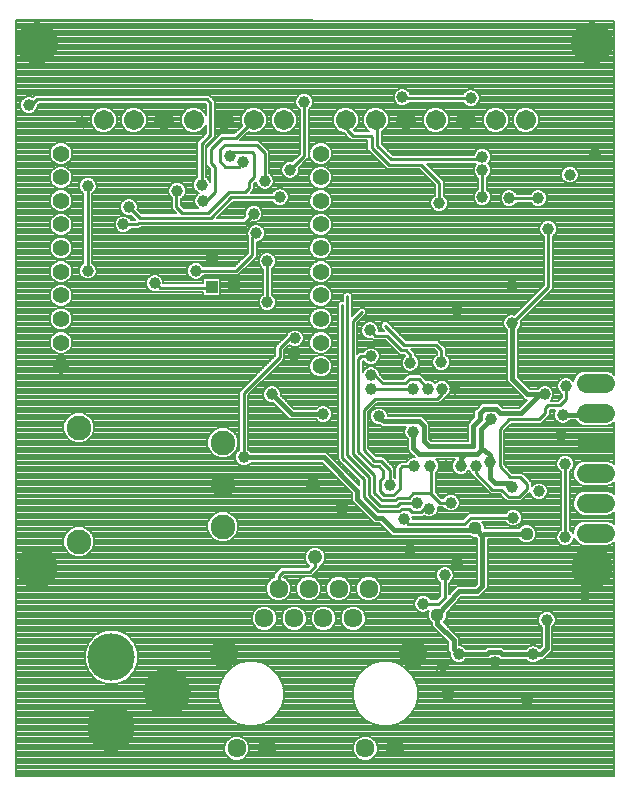
<source format=gbl>
G75*
G70*
%OFA0B0*%
%FSLAX24Y24*%
%IPPOS*%
%LPD*%
%AMOC8*
5,1,8,0,0,1.08239X$1,22.5*
%
%ADD10C,0.0634*%
%ADD11C,0.0945*%
%ADD12C,0.1580*%
%ADD13C,0.0673*%
%ADD14C,0.0640*%
%ADD15C,0.0825*%
%ADD16C,0.1400*%
%ADD17C,0.0555*%
%ADD18C,0.0080*%
%ADD19C,0.0390*%
%ADD20C,0.0160*%
%ADD21C,0.0437*%
%ADD22C,0.0100*%
%ADD23C,0.0476*%
%ADD24R,0.0390X0.0390*%
D10*
X007990Y002849D03*
X008990Y002849D03*
X012273Y002849D03*
X013273Y002849D03*
X011868Y007185D03*
X011384Y008169D03*
X010384Y008169D03*
X009900Y007185D03*
X008912Y007185D03*
X009384Y008169D03*
X010880Y007185D03*
X012384Y008169D03*
D11*
X013851Y006000D03*
X007551Y006000D03*
D12*
X005666Y004714D03*
X003815Y003533D03*
X003815Y005895D03*
D13*
X003561Y023792D03*
X004561Y023792D03*
X005561Y023792D03*
X006561Y023792D03*
X007561Y023792D03*
X008561Y023792D03*
X009561Y023792D03*
X011621Y023792D03*
X012621Y023792D03*
X013621Y023792D03*
X014621Y023792D03*
X015621Y023792D03*
X016621Y023792D03*
X017621Y023792D03*
D14*
X019621Y015022D02*
X020261Y015022D01*
X020261Y014022D02*
X019621Y014022D01*
X019621Y013022D02*
X020261Y013022D01*
X020261Y012022D02*
X019621Y012022D01*
X019621Y011022D02*
X020261Y011022D01*
X020261Y010022D02*
X019621Y010022D01*
D15*
X007521Y010242D03*
X007521Y011642D03*
X007521Y013042D03*
X002721Y013542D03*
X002721Y009742D03*
D16*
X001341Y008872D03*
X001341Y026372D03*
X019841Y026372D03*
X019841Y008872D03*
D17*
X010792Y015588D03*
X010792Y016376D03*
X010792Y017163D03*
X010792Y017950D03*
X010792Y018738D03*
X010792Y019525D03*
X010792Y020313D03*
X010792Y021100D03*
X010792Y021887D03*
X010792Y022675D03*
X002131Y022675D03*
X002131Y021887D03*
X002131Y021100D03*
X002131Y020313D03*
X002131Y019525D03*
X002131Y018738D03*
X002131Y017950D03*
X002131Y017163D03*
X002131Y016376D03*
X002131Y015588D03*
D18*
X000641Y027117D02*
X000639Y001934D01*
X020562Y001932D01*
X020565Y009731D01*
X020499Y009666D01*
X020345Y009602D01*
X019538Y009602D01*
X019383Y009666D01*
X019265Y009784D01*
X019236Y009854D01*
X019236Y009823D01*
X019191Y009714D01*
X019108Y009631D01*
X019000Y009587D01*
X018883Y009587D01*
X018774Y009631D01*
X018691Y009714D01*
X018646Y009823D01*
X018646Y009940D01*
X018691Y010049D01*
X018774Y010132D01*
X018791Y010139D01*
X018791Y012084D01*
X018774Y012091D01*
X018691Y012174D01*
X018646Y012283D01*
X018646Y012400D01*
X018691Y012509D01*
X018774Y012592D01*
X018883Y012637D01*
X019000Y012637D01*
X019108Y012592D01*
X019191Y012509D01*
X019236Y012400D01*
X019236Y012283D01*
X019191Y012174D01*
X019108Y012091D01*
X019091Y012084D01*
X019091Y010139D01*
X019108Y010132D01*
X019191Y010049D01*
X019201Y010025D01*
X019201Y010105D01*
X019265Y010259D01*
X019383Y010378D01*
X019538Y010442D01*
X020345Y010442D01*
X020499Y010378D01*
X020565Y010312D01*
X020565Y010731D01*
X020499Y010666D01*
X020345Y010602D01*
X019538Y010602D01*
X019383Y010666D01*
X019265Y010784D01*
X019201Y010938D01*
X019201Y011105D01*
X019265Y011259D01*
X019383Y011378D01*
X019538Y011442D01*
X020345Y011442D01*
X020499Y011378D01*
X020565Y011312D01*
X020565Y011732D01*
X020499Y011666D01*
X020345Y011602D01*
X019538Y011602D01*
X019383Y011666D01*
X019265Y011784D01*
X019201Y011938D01*
X019201Y012105D01*
X019265Y012259D01*
X019383Y012378D01*
X019538Y012442D01*
X020345Y012442D01*
X020499Y012378D01*
X020566Y012311D01*
X020566Y013732D01*
X020499Y013666D01*
X020345Y013602D01*
X019538Y013602D01*
X019383Y013666D01*
X019267Y013782D01*
X019088Y013782D01*
X019018Y013711D01*
X018910Y013667D01*
X018793Y013667D01*
X018684Y013711D01*
X018601Y013794D01*
X018556Y013903D01*
X018556Y014020D01*
X018601Y014129D01*
X018614Y014142D01*
X018433Y014142D01*
X018431Y014139D01*
X018431Y013959D01*
X018343Y013872D01*
X018133Y013662D01*
X018009Y013662D01*
X017143Y013662D01*
X016901Y013419D01*
X016901Y012314D01*
X017173Y012042D01*
X017503Y012042D01*
X017591Y011954D01*
X017831Y011714D01*
X017831Y011599D01*
X017894Y011662D01*
X018003Y011707D01*
X018120Y011707D01*
X018228Y011662D01*
X018311Y011579D01*
X018356Y011470D01*
X018356Y011353D01*
X018311Y011244D01*
X018228Y011161D01*
X018120Y011117D01*
X018003Y011117D01*
X017894Y011161D01*
X017811Y011244D01*
X017766Y011353D01*
X017766Y011374D01*
X017743Y011352D01*
X017473Y011082D01*
X017349Y011082D01*
X016989Y011082D01*
X016901Y011169D01*
X016901Y011169D01*
X016749Y011322D01*
X016573Y011322D01*
X016449Y011322D01*
X015821Y011949D01*
X015821Y011994D01*
X015804Y012001D01*
X015721Y012084D01*
X015716Y012096D01*
X015711Y012084D01*
X015628Y012001D01*
X015520Y011957D01*
X015403Y011957D01*
X015294Y012001D01*
X015211Y012084D01*
X015166Y012193D01*
X015166Y012310D01*
X015211Y012419D01*
X015281Y012489D01*
X015281Y012492D01*
X014618Y012492D01*
X014691Y012419D01*
X014736Y012310D01*
X014736Y012193D01*
X014691Y012084D01*
X014621Y012014D01*
X014621Y011384D01*
X014813Y011192D01*
X014874Y011192D01*
X014881Y011209D01*
X014964Y011292D01*
X015073Y011337D01*
X015190Y011337D01*
X015298Y011292D01*
X015381Y011209D01*
X015426Y011100D01*
X015426Y010983D01*
X015381Y010874D01*
X015298Y010791D01*
X015190Y010747D01*
X015073Y010747D01*
X014964Y010791D01*
X014881Y010874D01*
X014874Y010892D01*
X014813Y010892D01*
X014706Y010892D01*
X014706Y010783D01*
X014661Y010674D01*
X014578Y010591D01*
X014470Y010547D01*
X014353Y010547D01*
X014244Y010591D01*
X014224Y010612D01*
X014183Y010572D01*
X013903Y010572D01*
X013843Y010572D01*
X013856Y010540D01*
X013856Y010482D01*
X015519Y010482D01*
X015729Y010692D01*
X015853Y010692D01*
X016944Y010692D01*
X016951Y010709D01*
X017034Y010792D01*
X017143Y010837D01*
X017260Y010837D01*
X017368Y010792D01*
X017451Y010709D01*
X017496Y010600D01*
X017496Y010483D01*
X017451Y010374D01*
X017368Y010291D01*
X017260Y010247D01*
X017143Y010247D01*
X017034Y010291D01*
X016951Y010374D01*
X016944Y010392D01*
X016181Y010392D01*
X016211Y010362D01*
X016260Y010245D01*
X016260Y010182D01*
X017381Y010182D01*
X017381Y010182D01*
X017471Y010271D01*
X017588Y010320D01*
X017715Y010320D01*
X017832Y010271D01*
X017921Y010182D01*
X017970Y010065D01*
X017970Y009938D01*
X017921Y009821D01*
X017832Y009732D01*
X017715Y009683D01*
X017588Y009683D01*
X017471Y009732D01*
X017381Y009821D01*
X017381Y009822D01*
X016361Y009822D01*
X016361Y008187D01*
X016256Y008082D01*
X016076Y007902D01*
X015927Y007902D01*
X015480Y007902D01*
X014995Y007376D01*
X015000Y007365D01*
X015000Y007238D01*
X014951Y007121D01*
X014884Y007054D01*
X015296Y006642D01*
X015296Y006642D01*
X015401Y006536D01*
X015401Y006287D01*
X015450Y006287D01*
X015558Y006242D01*
X015628Y006172D01*
X016267Y006172D01*
X016327Y006232D01*
X016476Y006232D01*
X016836Y006232D01*
X016906Y006162D01*
X017626Y006162D01*
X017696Y006232D01*
X017805Y006277D01*
X017922Y006277D01*
X018030Y006232D01*
X018079Y006183D01*
X018151Y006256D01*
X018151Y006894D01*
X018081Y006964D01*
X018036Y007073D01*
X018036Y007190D01*
X018081Y007299D01*
X018164Y007382D01*
X018273Y007427D01*
X018390Y007427D01*
X018498Y007382D01*
X018581Y007299D01*
X018626Y007190D01*
X018626Y007073D01*
X018581Y006964D01*
X018511Y006894D01*
X018511Y006256D01*
X018511Y006107D01*
X018311Y005907D01*
X018206Y005802D01*
X018100Y005802D01*
X018030Y005731D01*
X017922Y005687D01*
X017805Y005687D01*
X017696Y005731D01*
X017626Y005802D01*
X016906Y005802D01*
X016757Y005802D01*
X016687Y005872D01*
X016476Y005872D01*
X016416Y005812D01*
X015628Y005812D01*
X015558Y005741D01*
X015450Y005697D01*
X015333Y005697D01*
X015224Y005741D01*
X015141Y005824D01*
X015096Y005933D01*
X015096Y006032D01*
X015041Y006087D01*
X015041Y006207D01*
X015041Y006387D01*
X014607Y006822D01*
X014501Y006927D01*
X014501Y007031D01*
X014501Y007032D01*
X014411Y007121D01*
X014363Y007238D01*
X014363Y007365D01*
X014392Y007435D01*
X014368Y007411D01*
X014260Y007367D01*
X014143Y007367D01*
X014034Y007411D01*
X013951Y007494D01*
X013906Y007603D01*
X013906Y007720D01*
X013951Y007829D01*
X014034Y007912D01*
X014143Y007957D01*
X014260Y007957D01*
X014368Y007912D01*
X014451Y007829D01*
X014458Y007812D01*
X014649Y007812D01*
X014771Y007934D01*
X014771Y008364D01*
X014754Y008371D01*
X014671Y008454D01*
X014626Y008563D01*
X014626Y008680D01*
X014671Y008789D01*
X014754Y008872D01*
X014863Y008917D01*
X014980Y008917D01*
X015088Y008872D01*
X015171Y008789D01*
X015216Y008680D01*
X015216Y008563D01*
X015171Y008454D01*
X015088Y008371D01*
X015071Y008364D01*
X015071Y007989D01*
X015221Y008152D01*
X015221Y008156D01*
X015271Y008206D01*
X015320Y008258D01*
X015324Y008259D01*
X015327Y008262D01*
X015397Y008262D01*
X015469Y008264D01*
X015472Y008262D01*
X015927Y008262D01*
X016001Y008336D01*
X016001Y009863D01*
X015878Y009863D01*
X015761Y009912D01*
X015731Y009942D01*
X013316Y009942D01*
X013167Y009942D01*
X012747Y010362D01*
X012716Y010362D01*
X012567Y010362D01*
X011937Y010992D01*
X011831Y011097D01*
X011831Y011367D01*
X010827Y012372D01*
X008468Y012372D01*
X008398Y012301D01*
X008290Y012257D01*
X008173Y012257D01*
X008064Y012301D01*
X007981Y012384D01*
X007936Y012493D01*
X007936Y012610D01*
X007981Y012719D01*
X008064Y012802D01*
X008081Y012809D01*
X008081Y014744D01*
X008169Y014832D01*
X009281Y015944D01*
X009281Y016119D01*
X009281Y016244D01*
X009611Y016574D01*
X009656Y016619D01*
X009681Y016679D01*
X009764Y016762D01*
X009873Y016807D01*
X009990Y016807D01*
X010098Y016762D01*
X010181Y016679D01*
X010226Y016570D01*
X010226Y016453D01*
X010181Y016344D01*
X010098Y016261D01*
X009990Y016217D01*
X009873Y016217D01*
X009764Y016261D01*
X009744Y016282D01*
X009581Y016119D01*
X009581Y015819D01*
X009493Y015732D01*
X009493Y015732D01*
X008381Y014619D01*
X008381Y012809D01*
X008398Y012802D01*
X008468Y012732D01*
X010827Y012732D01*
X010976Y012732D01*
X012071Y011636D01*
X012071Y011759D01*
X011439Y012392D01*
X011351Y012479D01*
X011351Y017684D01*
X011439Y017772D01*
X011531Y017772D01*
X011531Y017984D01*
X011619Y018072D01*
X011743Y018072D01*
X011831Y017984D01*
X011831Y017264D01*
X012099Y017532D01*
X012223Y017532D01*
X012311Y017444D01*
X012311Y017319D01*
X012011Y017019D01*
X012011Y016004D01*
X012069Y016062D01*
X012204Y016062D01*
X012211Y016079D01*
X012294Y016162D01*
X012403Y016207D01*
X012520Y016207D01*
X012628Y016162D01*
X012711Y016079D01*
X012756Y015970D01*
X012756Y015853D01*
X012711Y015744D01*
X012628Y015661D01*
X012520Y015617D01*
X012403Y015617D01*
X012294Y015661D01*
X012211Y015744D01*
X012204Y015762D01*
X012193Y015762D01*
X012191Y015759D01*
X012191Y015400D01*
X012211Y015449D01*
X012294Y015532D01*
X012403Y015577D01*
X012520Y015577D01*
X012628Y015532D01*
X012711Y015449D01*
X012756Y015340D01*
X012756Y015319D01*
X012913Y015162D01*
X013539Y015162D01*
X013601Y015224D01*
X013689Y015312D01*
X013989Y015312D01*
X014113Y015312D01*
X014305Y015119D01*
X014323Y015127D01*
X014440Y015127D01*
X014548Y015082D01*
X014606Y015024D01*
X014664Y015082D01*
X014773Y015127D01*
X014890Y015127D01*
X014998Y015082D01*
X015081Y014999D01*
X015126Y014890D01*
X015126Y014773D01*
X015081Y014664D01*
X014998Y014581D01*
X014956Y014564D01*
X014831Y014439D01*
X014743Y014352D01*
X012673Y014352D01*
X012371Y014049D01*
X012371Y012854D01*
X012643Y012582D01*
X012729Y012582D01*
X012853Y012582D01*
X013153Y012282D01*
X013241Y012194D01*
X013241Y011879D01*
X013258Y011872D01*
X013271Y011859D01*
X013271Y012099D01*
X013271Y012224D01*
X013361Y012314D01*
X013449Y012402D01*
X013644Y012402D01*
X013651Y012419D01*
X013734Y012502D01*
X013843Y012547D01*
X013922Y012547D01*
X013797Y012672D01*
X013691Y012777D01*
X013691Y013154D01*
X013621Y013224D01*
X013576Y013333D01*
X013576Y013450D01*
X013621Y013559D01*
X013634Y013572D01*
X012936Y013572D01*
X012889Y013558D01*
X012865Y013572D01*
X012837Y013572D01*
X012802Y013606D01*
X012784Y013617D01*
X012673Y013617D01*
X012564Y013661D01*
X012481Y013744D01*
X012436Y013853D01*
X012436Y013970D01*
X012371Y013970D01*
X012436Y013970D02*
X012481Y014079D01*
X012564Y014162D01*
X012673Y014207D01*
X012790Y014207D01*
X012898Y014162D01*
X012981Y014079D01*
X013026Y013970D01*
X015911Y013970D01*
X015911Y014049D02*
X012994Y014049D01*
X013026Y013970D02*
X013026Y013932D01*
X014156Y013932D01*
X014261Y013826D01*
X014261Y013826D01*
X014411Y013676D01*
X014411Y013527D01*
X014411Y013166D01*
X014486Y013092D01*
X015701Y013092D01*
X015701Y013676D01*
X015807Y013782D01*
X015911Y013886D01*
X015911Y014096D01*
X016017Y014202D01*
X016167Y014352D01*
X016316Y014352D01*
X016706Y014352D01*
X016811Y014246D01*
X016856Y014202D01*
X017397Y014202D01*
X017667Y014472D01*
X017607Y014472D01*
X017501Y014577D01*
X016991Y015087D01*
X016991Y015236D01*
X016991Y016784D01*
X016921Y016854D01*
X016876Y016963D01*
X016876Y017080D01*
X016921Y017189D01*
X017004Y017272D01*
X017113Y017317D01*
X017230Y017317D01*
X017247Y017309D01*
X018221Y018284D01*
X018221Y019914D01*
X018204Y019921D01*
X018121Y020004D01*
X018076Y020113D01*
X018076Y020230D01*
X018121Y020339D01*
X018204Y020422D01*
X018313Y020467D01*
X018430Y020467D01*
X018538Y020422D01*
X018621Y020339D01*
X018666Y020230D01*
X018666Y020113D01*
X018621Y020004D01*
X018538Y019921D01*
X018521Y019914D01*
X018521Y018284D01*
X018521Y018159D01*
X017459Y017097D01*
X017466Y017080D01*
X017466Y016963D01*
X017421Y016854D01*
X017351Y016784D01*
X017351Y015236D01*
X017756Y014832D01*
X018014Y014832D01*
X018084Y014902D01*
X018193Y014947D01*
X018310Y014947D01*
X018418Y014902D01*
X018501Y014819D01*
X018546Y014710D01*
X018546Y014593D01*
X018501Y014484D01*
X018458Y014442D01*
X018699Y014442D01*
X018821Y014564D01*
X018821Y014664D01*
X018804Y014671D01*
X018721Y014754D01*
X018676Y014863D01*
X018676Y014980D01*
X018721Y015089D01*
X018804Y015172D01*
X018913Y015217D01*
X019030Y015217D01*
X019138Y015172D01*
X019202Y015108D01*
X019265Y015259D01*
X019383Y015378D01*
X019538Y015442D01*
X020345Y015442D01*
X020499Y015378D01*
X020567Y015310D01*
X020571Y027108D01*
X000641Y027117D01*
X000641Y027087D02*
X020571Y027087D01*
X020571Y027008D02*
X000641Y027008D01*
X000641Y026930D02*
X020571Y026930D01*
X020571Y026851D02*
X000641Y026851D01*
X000641Y026773D02*
X020571Y026773D01*
X020571Y026694D02*
X000641Y026694D01*
X000641Y026615D02*
X020571Y026615D01*
X020571Y026537D02*
X000641Y026537D01*
X000641Y026458D02*
X020571Y026458D01*
X020571Y026380D02*
X000641Y026380D01*
X000641Y026301D02*
X020571Y026301D01*
X020571Y026223D02*
X000641Y026223D01*
X000641Y026144D02*
X020571Y026144D01*
X020571Y026066D02*
X000641Y026066D01*
X000641Y025987D02*
X020571Y025987D01*
X020571Y025909D02*
X000641Y025909D01*
X000641Y025830D02*
X020571Y025830D01*
X020571Y025751D02*
X000641Y025751D01*
X000641Y025673D02*
X020571Y025673D01*
X020571Y025594D02*
X000641Y025594D01*
X000641Y025516D02*
X020571Y025516D01*
X020571Y025437D02*
X000641Y025437D01*
X000641Y025359D02*
X020571Y025359D01*
X020571Y025280D02*
X000641Y025280D01*
X000641Y025202D02*
X020570Y025202D01*
X020570Y025123D02*
X000641Y025123D01*
X000641Y025045D02*
X020570Y025045D01*
X020570Y024966D02*
X000641Y024966D01*
X000641Y024887D02*
X020570Y024887D01*
X020570Y024809D02*
X015868Y024809D01*
X015850Y024817D02*
X015733Y024817D01*
X015624Y024772D01*
X015541Y024689D01*
X015534Y024672D01*
X013781Y024672D01*
X013761Y024719D01*
X013678Y024802D01*
X013570Y024847D01*
X013453Y024847D01*
X013344Y024802D01*
X013261Y024719D01*
X013216Y024610D01*
X013216Y024493D01*
X013261Y024384D01*
X013344Y024301D01*
X013453Y024257D01*
X013570Y024257D01*
X013678Y024301D01*
X013748Y024372D01*
X015534Y024372D01*
X015541Y024354D01*
X015624Y024271D01*
X015733Y024227D01*
X015850Y024227D01*
X015958Y024271D01*
X016041Y024354D01*
X016086Y024463D01*
X016086Y024580D01*
X016041Y024689D01*
X015958Y024772D01*
X015850Y024817D01*
X015714Y024809D02*
X013661Y024809D01*
X013750Y024730D02*
X015583Y024730D01*
X015558Y024338D02*
X013715Y024338D01*
X013576Y024259D02*
X015654Y024259D01*
X015929Y024259D02*
X020570Y024259D01*
X020570Y024181D02*
X017823Y024181D01*
X017869Y024162D02*
X017708Y024228D01*
X017534Y024228D01*
X017374Y024162D01*
X017251Y024039D01*
X017185Y023878D01*
X017185Y023705D01*
X017251Y023544D01*
X017374Y023421D01*
X017534Y023355D01*
X017708Y023355D01*
X017869Y023421D01*
X017991Y023544D01*
X018058Y023705D01*
X018058Y023878D01*
X017991Y024039D01*
X017869Y024162D01*
X017928Y024102D02*
X020570Y024102D01*
X020570Y024024D02*
X017998Y024024D01*
X018030Y023945D02*
X020570Y023945D01*
X020570Y023866D02*
X018058Y023866D01*
X018058Y023788D02*
X020570Y023788D01*
X020570Y023709D02*
X018058Y023709D01*
X018027Y023631D02*
X020570Y023631D01*
X020570Y023552D02*
X017995Y023552D01*
X017921Y023474D02*
X020570Y023474D01*
X020570Y023395D02*
X017805Y023395D01*
X017438Y023395D02*
X016805Y023395D01*
X016869Y023421D02*
X016708Y023355D01*
X016534Y023355D01*
X016374Y023421D01*
X016251Y023544D01*
X016185Y023705D01*
X016185Y023878D01*
X016251Y024039D01*
X016374Y024162D01*
X016534Y024228D01*
X016708Y024228D01*
X016869Y024162D01*
X016991Y024039D01*
X017058Y023878D01*
X017058Y023705D01*
X016991Y023544D01*
X016869Y023421D01*
X016921Y023474D02*
X017322Y023474D01*
X017248Y023552D02*
X016995Y023552D01*
X017027Y023631D02*
X017215Y023631D01*
X017185Y023709D02*
X017058Y023709D01*
X017058Y023788D02*
X017185Y023788D01*
X017185Y023866D02*
X017058Y023866D01*
X017030Y023945D02*
X017212Y023945D01*
X017245Y024024D02*
X016998Y024024D01*
X016928Y024102D02*
X017314Y024102D01*
X017420Y024181D02*
X016823Y024181D01*
X016420Y024181D02*
X014823Y024181D01*
X014869Y024162D02*
X014708Y024228D01*
X014534Y024228D01*
X014374Y024162D01*
X014251Y024039D01*
X014185Y023878D01*
X014185Y023705D01*
X014251Y023544D01*
X014374Y023421D01*
X014534Y023355D01*
X014708Y023355D01*
X014869Y023421D01*
X014991Y023544D01*
X015058Y023705D01*
X015058Y023878D01*
X014991Y024039D01*
X014869Y024162D01*
X014928Y024102D02*
X016314Y024102D01*
X016245Y024024D02*
X014998Y024024D01*
X015030Y023945D02*
X016212Y023945D01*
X016185Y023866D02*
X015058Y023866D01*
X015058Y023788D02*
X016185Y023788D01*
X016185Y023709D02*
X015058Y023709D01*
X015027Y023631D02*
X016215Y023631D01*
X016248Y023552D02*
X014995Y023552D01*
X014921Y023474D02*
X016322Y023474D01*
X016438Y023395D02*
X014805Y023395D01*
X014438Y023395D02*
X012821Y023395D01*
X012821Y023402D02*
X012869Y023421D01*
X012991Y023544D01*
X013058Y023705D01*
X013058Y023878D01*
X012991Y024039D01*
X012869Y024162D01*
X012708Y024228D01*
X012534Y024228D01*
X012374Y024162D01*
X012251Y024039D01*
X012185Y023878D01*
X012185Y023705D01*
X012251Y023544D01*
X012374Y023421D01*
X012398Y023412D01*
X011923Y023412D01*
X011891Y023444D01*
X011991Y023544D01*
X012058Y023705D01*
X012058Y023878D01*
X011991Y024039D01*
X011869Y024162D01*
X011708Y024228D01*
X011534Y024228D01*
X011374Y024162D01*
X011251Y024039D01*
X011185Y023878D01*
X011185Y023705D01*
X011251Y023544D01*
X011374Y023421D01*
X011534Y023355D01*
X011556Y023355D01*
X011589Y023322D01*
X011711Y023199D01*
X011799Y023112D01*
X012341Y023112D01*
X012341Y022809D01*
X012429Y022722D01*
X012999Y022152D01*
X013123Y022152D01*
X014079Y022152D01*
X014591Y021639D01*
X014591Y021269D01*
X014574Y021262D01*
X014491Y021179D01*
X014446Y021070D01*
X014446Y020953D01*
X014491Y020844D01*
X014574Y020761D01*
X014683Y020717D01*
X014800Y020717D01*
X014908Y020761D01*
X014991Y020844D01*
X015036Y020953D01*
X015036Y021070D01*
X014991Y021179D01*
X014908Y021262D01*
X014891Y021269D01*
X014891Y021639D01*
X014891Y021764D01*
X014323Y022332D01*
X015974Y022332D01*
X015931Y022289D01*
X015886Y022180D01*
X015886Y022063D01*
X015931Y021954D01*
X016014Y021871D01*
X016031Y021864D01*
X016031Y021479D01*
X016014Y021472D01*
X015931Y021389D01*
X015886Y021280D01*
X015886Y021163D01*
X015931Y021054D01*
X016014Y020971D01*
X016123Y020927D01*
X016240Y020927D01*
X016348Y020971D01*
X016431Y021054D01*
X016476Y021163D01*
X016476Y021280D01*
X016431Y021389D01*
X016348Y021472D01*
X016331Y021479D01*
X016331Y021864D01*
X016348Y021871D01*
X016431Y021954D01*
X016476Y022063D01*
X016476Y022180D01*
X016431Y022289D01*
X016373Y022347D01*
X016431Y022404D01*
X016476Y022513D01*
X016476Y022630D01*
X016431Y022739D01*
X016348Y022822D01*
X016240Y022867D01*
X016123Y022867D01*
X016014Y022822D01*
X015931Y022739D01*
X015887Y022632D01*
X013183Y022632D01*
X012821Y022994D01*
X012821Y023402D01*
X012821Y023317D02*
X020570Y023317D01*
X020570Y023238D02*
X012821Y023238D01*
X012821Y023160D02*
X020570Y023160D01*
X020570Y023081D02*
X012821Y023081D01*
X012821Y023002D02*
X020570Y023002D01*
X020570Y022924D02*
X012891Y022924D01*
X012970Y022845D02*
X016071Y022845D01*
X015959Y022767D02*
X013048Y022767D01*
X013127Y022688D02*
X015910Y022688D01*
X015938Y022296D02*
X014359Y022296D01*
X014438Y022217D02*
X015901Y022217D01*
X015886Y022138D02*
X014516Y022138D01*
X014595Y022060D02*
X015887Y022060D01*
X015920Y021981D02*
X014674Y021981D01*
X014752Y021903D02*
X015983Y021903D01*
X016031Y021824D02*
X014831Y021824D01*
X014891Y021746D02*
X016031Y021746D01*
X016031Y021667D02*
X014891Y021667D01*
X014891Y021589D02*
X016031Y021589D01*
X016031Y021510D02*
X014891Y021510D01*
X014891Y021432D02*
X015974Y021432D01*
X015916Y021353D02*
X014891Y021353D01*
X014891Y021274D02*
X015886Y021274D01*
X015886Y021196D02*
X014974Y021196D01*
X015017Y021117D02*
X015905Y021117D01*
X015947Y021039D02*
X015036Y021039D01*
X015036Y020960D02*
X016041Y020960D01*
X016321Y020960D02*
X016895Y020960D01*
X016914Y020941D02*
X017023Y020897D01*
X017140Y020897D01*
X017248Y020941D01*
X017331Y021024D01*
X017338Y021042D01*
X017784Y021042D01*
X017791Y021024D01*
X017874Y020941D01*
X017983Y020897D01*
X018100Y020897D01*
X018208Y020941D01*
X018291Y021024D01*
X018336Y021133D01*
X018336Y021250D01*
X018291Y021359D01*
X018208Y021442D01*
X018100Y021487D01*
X017983Y021487D01*
X017874Y021442D01*
X017791Y021359D01*
X017784Y021342D01*
X017338Y021342D01*
X017331Y021359D01*
X017248Y021442D01*
X017140Y021487D01*
X017023Y021487D01*
X016914Y021442D01*
X016831Y021359D01*
X016786Y021250D01*
X016786Y021133D01*
X016831Y021024D01*
X016914Y020941D01*
X016825Y021039D02*
X016416Y021039D01*
X016457Y021117D02*
X016793Y021117D01*
X016786Y021196D02*
X016476Y021196D01*
X016476Y021274D02*
X016796Y021274D01*
X016829Y021353D02*
X016446Y021353D01*
X016388Y021432D02*
X016904Y021432D01*
X017258Y021432D02*
X017864Y021432D01*
X017789Y021353D02*
X017334Y021353D01*
X017337Y021039D02*
X017785Y021039D01*
X017855Y020960D02*
X017267Y020960D01*
X018086Y020253D02*
X011169Y020253D01*
X011169Y020238D02*
X011112Y020099D01*
X011006Y019993D01*
X010867Y019935D01*
X010717Y019935D01*
X010578Y019993D01*
X010472Y020099D01*
X010414Y020238D01*
X010414Y020388D01*
X010472Y020526D01*
X010578Y020633D01*
X010717Y020690D01*
X010867Y020690D01*
X011006Y020633D01*
X011112Y020526D01*
X011169Y020388D01*
X011169Y020238D01*
X011143Y020175D02*
X018076Y020175D01*
X018083Y020096D02*
X011109Y020096D01*
X011031Y020018D02*
X018116Y020018D01*
X018186Y019939D02*
X010877Y019939D01*
X010867Y019903D02*
X010717Y019903D01*
X010578Y019845D01*
X010472Y019739D01*
X010414Y019600D01*
X010414Y019450D01*
X010472Y019311D01*
X010578Y019205D01*
X010717Y019148D01*
X010867Y019148D01*
X011006Y019205D01*
X011112Y019311D01*
X011169Y019450D01*
X011169Y019600D01*
X011112Y019739D01*
X011006Y019845D01*
X010867Y019903D01*
X010968Y019861D02*
X018221Y019861D01*
X018221Y019782D02*
X011069Y019782D01*
X011127Y019704D02*
X018221Y019704D01*
X018221Y019625D02*
X011159Y019625D01*
X011169Y019547D02*
X018221Y019547D01*
X018221Y019468D02*
X011169Y019468D01*
X011144Y019389D02*
X018221Y019389D01*
X018221Y019311D02*
X011111Y019311D01*
X011033Y019232D02*
X018221Y019232D01*
X018221Y019154D02*
X010882Y019154D01*
X010867Y019115D02*
X010717Y019115D01*
X010578Y019058D01*
X010472Y018952D01*
X010414Y018813D01*
X010414Y018663D01*
X010472Y018524D01*
X010578Y018418D01*
X010717Y018360D01*
X010867Y018360D01*
X011006Y018418D01*
X011112Y018524D01*
X011169Y018663D01*
X011169Y018813D01*
X011112Y018952D01*
X011006Y019058D01*
X010867Y019115D01*
X010964Y019075D02*
X018221Y019075D01*
X018221Y018997D02*
X011067Y018997D01*
X011126Y018918D02*
X018221Y018918D01*
X018221Y018840D02*
X011158Y018840D01*
X011169Y018761D02*
X018221Y018761D01*
X018221Y018683D02*
X011169Y018683D01*
X011145Y018604D02*
X018221Y018604D01*
X018221Y018525D02*
X011113Y018525D01*
X011035Y018447D02*
X018221Y018447D01*
X018221Y018368D02*
X010886Y018368D01*
X010867Y018328D02*
X010717Y018328D01*
X010578Y018270D01*
X010472Y018164D01*
X010414Y018026D01*
X010414Y017875D01*
X010472Y017737D01*
X010578Y017630D01*
X010717Y017573D01*
X010867Y017573D01*
X011006Y017630D01*
X011112Y017737D01*
X011169Y017875D01*
X011169Y018026D01*
X011112Y018164D01*
X011006Y018270D01*
X010867Y018328D01*
X010959Y018290D02*
X018221Y018290D01*
X018149Y018211D02*
X011065Y018211D01*
X011125Y018133D02*
X018070Y018133D01*
X017992Y018054D02*
X011761Y018054D01*
X011831Y017976D02*
X017913Y017976D01*
X017835Y017897D02*
X011831Y017897D01*
X011831Y017819D02*
X017756Y017819D01*
X017678Y017740D02*
X011831Y017740D01*
X011831Y017661D02*
X017599Y017661D01*
X017521Y017583D02*
X011831Y017583D01*
X011831Y017504D02*
X012072Y017504D01*
X011993Y017426D02*
X011831Y017426D01*
X011831Y017347D02*
X011915Y017347D01*
X011836Y017269D02*
X011831Y017269D01*
X012025Y017033D02*
X012268Y017033D01*
X012264Y017032D02*
X012181Y016949D01*
X012136Y016840D01*
X012136Y016723D01*
X012181Y016614D01*
X012264Y016531D01*
X012373Y016487D01*
X012490Y016487D01*
X012507Y016494D01*
X012549Y016452D01*
X012673Y016452D01*
X012939Y016452D01*
X013419Y015972D01*
X013543Y015972D01*
X013569Y015972D01*
X013602Y015939D01*
X013531Y015869D01*
X013486Y015760D01*
X013486Y015643D01*
X013531Y015534D01*
X013614Y015451D01*
X013723Y015407D01*
X013840Y015407D01*
X013948Y015451D01*
X014031Y015534D01*
X014076Y015643D01*
X014076Y015760D01*
X014031Y015869D01*
X013948Y015952D01*
X013931Y015959D01*
X013931Y016034D01*
X013813Y016152D01*
X014559Y016152D01*
X014651Y016059D01*
X014651Y015969D01*
X014634Y015962D01*
X014551Y015879D01*
X014506Y015770D01*
X014506Y015653D01*
X014551Y015544D01*
X014634Y015461D01*
X014743Y015417D01*
X014860Y015417D01*
X014968Y015461D01*
X015051Y015544D01*
X015096Y015653D01*
X015096Y015770D01*
X015051Y015879D01*
X014968Y015962D01*
X014951Y015969D01*
X014951Y016059D01*
X014951Y016184D01*
X014771Y016364D01*
X014683Y016452D01*
X013633Y016452D01*
X013003Y017082D01*
X012879Y017082D01*
X012791Y016994D01*
X012791Y016869D01*
X012909Y016752D01*
X012726Y016752D01*
X012726Y016840D01*
X012681Y016949D01*
X012598Y017032D01*
X012490Y017077D01*
X012373Y017077D01*
X012264Y017032D01*
X012187Y016955D02*
X012011Y016955D01*
X012011Y016876D02*
X012151Y016876D01*
X012136Y016798D02*
X012011Y016798D01*
X012011Y016719D02*
X012138Y016719D01*
X012170Y016640D02*
X012011Y016640D01*
X012011Y016562D02*
X012234Y016562D01*
X012011Y016483D02*
X012517Y016483D01*
X012726Y016798D02*
X012863Y016798D01*
X012791Y016876D02*
X012711Y016876D01*
X012675Y016955D02*
X012791Y016955D01*
X012831Y017033D02*
X012595Y017033D01*
X012261Y017269D02*
X017001Y017269D01*
X016923Y017190D02*
X012182Y017190D01*
X012104Y017112D02*
X016889Y017112D01*
X016876Y017033D02*
X013052Y017033D01*
X013130Y016955D02*
X016880Y016955D01*
X016912Y016876D02*
X013209Y016876D01*
X013287Y016798D02*
X016978Y016798D01*
X016991Y016719D02*
X013366Y016719D01*
X013444Y016640D02*
X016991Y016640D01*
X016991Y016562D02*
X013523Y016562D01*
X013602Y016483D02*
X016991Y016483D01*
X016991Y016405D02*
X014730Y016405D01*
X014809Y016326D02*
X016991Y016326D01*
X016991Y016248D02*
X014887Y016248D01*
X014951Y016169D02*
X016991Y016169D01*
X016991Y016091D02*
X014951Y016091D01*
X014951Y016012D02*
X016991Y016012D01*
X016991Y015934D02*
X014996Y015934D01*
X015061Y015855D02*
X016991Y015855D01*
X016991Y015776D02*
X015094Y015776D01*
X015096Y015698D02*
X016991Y015698D01*
X016991Y015619D02*
X015082Y015619D01*
X015048Y015541D02*
X016991Y015541D01*
X016991Y015462D02*
X014969Y015462D01*
X015010Y015070D02*
X017009Y015070D01*
X016991Y015148D02*
X014277Y015148D01*
X014198Y015227D02*
X016991Y015227D01*
X016991Y015305D02*
X014120Y015305D01*
X013959Y015462D02*
X014633Y015462D01*
X014555Y015541D02*
X014034Y015541D01*
X014066Y015619D02*
X014520Y015619D01*
X014506Y015698D02*
X014076Y015698D01*
X014070Y015776D02*
X014509Y015776D01*
X014541Y015855D02*
X014037Y015855D01*
X013966Y015934D02*
X014606Y015934D01*
X014651Y016012D02*
X013931Y016012D01*
X013874Y016091D02*
X014620Y016091D01*
X014652Y015070D02*
X014560Y015070D01*
X014912Y014520D02*
X017559Y014520D01*
X017636Y014441D02*
X014833Y014441D01*
X014754Y014363D02*
X017558Y014363D01*
X017479Y014284D02*
X016773Y014284D01*
X016852Y014206D02*
X017401Y014206D01*
X017480Y014598D02*
X015015Y014598D01*
X015086Y014677D02*
X017401Y014677D01*
X017323Y014755D02*
X015119Y014755D01*
X015126Y014834D02*
X017244Y014834D01*
X017166Y014912D02*
X015117Y014912D01*
X015084Y014991D02*
X017087Y014991D01*
X017361Y015227D02*
X019252Y015227D01*
X019219Y015148D02*
X019162Y015148D01*
X019311Y015305D02*
X017351Y015305D01*
X017351Y015384D02*
X019398Y015384D01*
X018781Y015148D02*
X017439Y015148D01*
X017518Y015070D02*
X018713Y015070D01*
X018681Y014991D02*
X017596Y014991D01*
X017675Y014912D02*
X018110Y014912D01*
X018016Y014834D02*
X017753Y014834D01*
X017351Y015462D02*
X020567Y015462D01*
X020567Y015384D02*
X020484Y015384D01*
X020567Y015541D02*
X017351Y015541D01*
X017351Y015619D02*
X020567Y015619D01*
X020567Y015698D02*
X017351Y015698D01*
X017351Y015776D02*
X020567Y015776D01*
X020567Y015855D02*
X017351Y015855D01*
X017351Y015934D02*
X020567Y015934D01*
X020567Y016012D02*
X017351Y016012D01*
X017351Y016091D02*
X020567Y016091D01*
X020567Y016169D02*
X017351Y016169D01*
X017351Y016248D02*
X020567Y016248D01*
X020567Y016326D02*
X017351Y016326D01*
X017351Y016405D02*
X020567Y016405D01*
X020567Y016483D02*
X017351Y016483D01*
X017351Y016562D02*
X020567Y016562D01*
X020567Y016640D02*
X017351Y016640D01*
X017351Y016719D02*
X020567Y016719D01*
X020567Y016798D02*
X017364Y016798D01*
X017430Y016876D02*
X020567Y016876D01*
X020567Y016955D02*
X017463Y016955D01*
X017466Y017033D02*
X020567Y017033D01*
X020567Y017112D02*
X017474Y017112D01*
X017552Y017190D02*
X020567Y017190D01*
X020567Y017269D02*
X017631Y017269D01*
X017709Y017347D02*
X020567Y017347D01*
X020567Y017426D02*
X017788Y017426D01*
X017866Y017504D02*
X020568Y017504D01*
X020568Y017583D02*
X017945Y017583D01*
X018023Y017661D02*
X020568Y017661D01*
X020568Y017740D02*
X018102Y017740D01*
X018180Y017819D02*
X020568Y017819D01*
X020568Y017897D02*
X018259Y017897D01*
X018337Y017976D02*
X020568Y017976D01*
X020568Y018054D02*
X018416Y018054D01*
X018495Y018133D02*
X020568Y018133D01*
X020568Y018211D02*
X018521Y018211D01*
X018521Y018290D02*
X020568Y018290D01*
X020568Y018368D02*
X018521Y018368D01*
X018521Y018447D02*
X020568Y018447D01*
X020568Y018525D02*
X018521Y018525D01*
X018521Y018604D02*
X020568Y018604D01*
X020568Y018683D02*
X018521Y018683D01*
X018521Y018761D02*
X020568Y018761D01*
X020568Y018840D02*
X018521Y018840D01*
X018521Y018918D02*
X020568Y018918D01*
X020568Y018997D02*
X018521Y018997D01*
X018521Y019075D02*
X020568Y019075D01*
X020568Y019154D02*
X018521Y019154D01*
X018521Y019232D02*
X020568Y019232D01*
X020568Y019311D02*
X018521Y019311D01*
X018521Y019389D02*
X020568Y019389D01*
X020568Y019468D02*
X018521Y019468D01*
X018521Y019547D02*
X020568Y019547D01*
X020568Y019625D02*
X018521Y019625D01*
X018521Y019704D02*
X020568Y019704D01*
X020568Y019782D02*
X018521Y019782D01*
X018521Y019861D02*
X020568Y019861D01*
X020568Y019939D02*
X018556Y019939D01*
X018627Y020018D02*
X020568Y020018D01*
X020569Y020096D02*
X018659Y020096D01*
X018666Y020175D02*
X020569Y020175D01*
X020569Y020253D02*
X018657Y020253D01*
X018624Y020332D02*
X020569Y020332D01*
X020569Y020411D02*
X018549Y020411D01*
X018193Y020411D02*
X011160Y020411D01*
X011169Y020332D02*
X018118Y020332D01*
X018227Y020960D02*
X020569Y020960D01*
X020569Y020882D02*
X015007Y020882D01*
X014950Y020803D02*
X020569Y020803D01*
X020569Y020725D02*
X014819Y020725D01*
X014663Y020725D02*
X010872Y020725D01*
X010867Y020723D02*
X011006Y020780D01*
X011112Y020886D01*
X011169Y021025D01*
X011169Y021175D01*
X011112Y021314D01*
X011006Y021420D01*
X010867Y021478D01*
X010717Y021478D01*
X010578Y021420D01*
X010472Y021314D01*
X010414Y021175D01*
X010414Y021025D01*
X010472Y020886D01*
X010578Y020780D01*
X010717Y020723D01*
X010867Y020723D01*
X010973Y020646D02*
X020569Y020646D01*
X020569Y020568D02*
X011071Y020568D01*
X011127Y020489D02*
X020569Y020489D01*
X020569Y021039D02*
X018297Y021039D01*
X018330Y021117D02*
X020569Y021117D01*
X020569Y021196D02*
X018336Y021196D01*
X018326Y021274D02*
X020569Y021274D01*
X020569Y021353D02*
X018294Y021353D01*
X018218Y021432D02*
X020569Y021432D01*
X020569Y021510D02*
X016331Y021510D01*
X016331Y021589D02*
X020569Y021589D01*
X020569Y021667D02*
X016331Y021667D01*
X016331Y021746D02*
X018900Y021746D01*
X018924Y021721D02*
X019033Y021677D01*
X019150Y021677D01*
X019258Y021721D01*
X019341Y021804D01*
X019386Y021913D01*
X019386Y022030D01*
X019341Y022139D01*
X019258Y022222D01*
X019150Y022267D01*
X019033Y022267D01*
X018924Y022222D01*
X018841Y022139D01*
X018796Y022030D01*
X018796Y021913D01*
X018841Y021804D01*
X018924Y021721D01*
X018833Y021824D02*
X016331Y021824D01*
X016380Y021903D02*
X018800Y021903D01*
X018796Y021981D02*
X016442Y021981D01*
X016475Y022060D02*
X018809Y022060D01*
X018841Y022138D02*
X016476Y022138D01*
X016461Y022217D02*
X018920Y022217D01*
X019263Y022217D02*
X020569Y022217D01*
X020569Y022138D02*
X019341Y022138D01*
X019374Y022060D02*
X020569Y022060D01*
X020569Y021981D02*
X019386Y021981D01*
X019382Y021903D02*
X020569Y021903D01*
X020569Y021824D02*
X019349Y021824D01*
X019283Y021746D02*
X020569Y021746D01*
X020569Y022296D02*
X016424Y022296D01*
X016401Y022374D02*
X020569Y022374D01*
X020569Y022453D02*
X016451Y022453D01*
X016476Y022531D02*
X020569Y022531D01*
X020569Y022610D02*
X016476Y022610D01*
X016452Y022688D02*
X020569Y022688D01*
X020570Y022767D02*
X016403Y022767D01*
X016291Y022845D02*
X020570Y022845D01*
X020570Y024338D02*
X016025Y024338D01*
X016067Y024416D02*
X020570Y024416D01*
X020570Y024495D02*
X016086Y024495D01*
X016086Y024573D02*
X020570Y024573D01*
X020570Y024652D02*
X016057Y024652D01*
X016000Y024730D02*
X020570Y024730D01*
X017442Y017504D02*
X012251Y017504D01*
X012311Y017426D02*
X017363Y017426D01*
X017285Y017347D02*
X012311Y017347D01*
X011531Y017819D02*
X011146Y017819D01*
X011169Y017897D02*
X011531Y017897D01*
X011531Y017976D02*
X011169Y017976D01*
X011158Y018054D02*
X011602Y018054D01*
X011408Y017740D02*
X011113Y017740D01*
X011037Y017661D02*
X011351Y017661D01*
X011351Y017583D02*
X010891Y017583D01*
X010867Y017541D02*
X010717Y017541D01*
X010578Y017483D01*
X010472Y017377D01*
X010414Y017238D01*
X010414Y017088D01*
X010472Y016949D01*
X010578Y016843D01*
X010717Y016786D01*
X010867Y016786D01*
X011006Y016843D01*
X011112Y016949D01*
X011169Y017088D01*
X011169Y017238D01*
X011112Y017377D01*
X011006Y017483D01*
X010867Y017541D01*
X010954Y017504D02*
X011351Y017504D01*
X011351Y017426D02*
X011063Y017426D01*
X011124Y017347D02*
X011351Y017347D01*
X011351Y017269D02*
X011157Y017269D01*
X011169Y017190D02*
X011351Y017190D01*
X011351Y017112D02*
X011169Y017112D01*
X011147Y017033D02*
X011351Y017033D01*
X011351Y016955D02*
X011114Y016955D01*
X011039Y016876D02*
X011351Y016876D01*
X011351Y016798D02*
X010896Y016798D01*
X010867Y016753D02*
X010717Y016753D01*
X010578Y016696D01*
X010472Y016589D01*
X010414Y016451D01*
X010414Y016301D01*
X010472Y016162D01*
X010578Y016056D01*
X010717Y015998D01*
X010867Y015998D01*
X011006Y016056D01*
X011112Y016162D01*
X011169Y016301D01*
X011169Y016451D01*
X011112Y016589D01*
X011006Y016696D01*
X010867Y016753D01*
X010949Y016719D02*
X011351Y016719D01*
X011351Y016640D02*
X011061Y016640D01*
X011123Y016562D02*
X011351Y016562D01*
X011351Y016483D02*
X011156Y016483D01*
X011169Y016405D02*
X011351Y016405D01*
X011351Y016326D02*
X011169Y016326D01*
X011148Y016248D02*
X011351Y016248D01*
X011351Y016169D02*
X011115Y016169D01*
X011041Y016091D02*
X011351Y016091D01*
X011351Y016012D02*
X010901Y016012D01*
X010867Y015966D02*
X010717Y015966D01*
X010578Y015908D01*
X010472Y015802D01*
X010414Y015663D01*
X010414Y015513D01*
X010472Y015374D01*
X010578Y015268D01*
X010717Y015211D01*
X010867Y015211D01*
X011006Y015268D01*
X011112Y015374D01*
X011169Y015513D01*
X011169Y015663D01*
X011112Y015802D01*
X011006Y015908D01*
X010867Y015966D01*
X010945Y015934D02*
X011351Y015934D01*
X011351Y015855D02*
X011059Y015855D01*
X011123Y015776D02*
X011351Y015776D01*
X011351Y015698D02*
X011155Y015698D01*
X011169Y015619D02*
X011351Y015619D01*
X011351Y015541D02*
X011169Y015541D01*
X011148Y015462D02*
X011351Y015462D01*
X011351Y015384D02*
X011116Y015384D01*
X011043Y015305D02*
X011351Y015305D01*
X011351Y015227D02*
X010905Y015227D01*
X010679Y015227D02*
X008988Y015227D01*
X008910Y015148D02*
X011351Y015148D01*
X011351Y015070D02*
X008831Y015070D01*
X008753Y014991D02*
X011351Y014991D01*
X011351Y014912D02*
X009302Y014912D01*
X009328Y014902D02*
X009220Y014947D01*
X009103Y014947D01*
X008994Y014902D01*
X008911Y014819D01*
X008866Y014710D01*
X008866Y014593D01*
X008911Y014484D01*
X008994Y014401D01*
X009103Y014357D01*
X009202Y014357D01*
X009747Y013812D01*
X009896Y013812D01*
X010634Y013812D01*
X010704Y013741D01*
X010813Y013697D01*
X010930Y013697D01*
X011038Y013741D01*
X011121Y013824D01*
X011166Y013933D01*
X011166Y014050D01*
X011121Y014159D01*
X011038Y014242D01*
X010930Y014287D01*
X010813Y014287D01*
X010704Y014242D01*
X010634Y014172D01*
X009896Y014172D01*
X009456Y014611D01*
X009456Y014710D01*
X009411Y014819D01*
X009328Y014902D01*
X009396Y014834D02*
X011351Y014834D01*
X011351Y014755D02*
X009438Y014755D01*
X009456Y014677D02*
X011351Y014677D01*
X011351Y014598D02*
X009469Y014598D01*
X009548Y014520D02*
X011351Y014520D01*
X011351Y014441D02*
X009626Y014441D01*
X009705Y014363D02*
X011351Y014363D01*
X011351Y014284D02*
X010936Y014284D01*
X010807Y014284D02*
X009783Y014284D01*
X009862Y014206D02*
X010668Y014206D01*
X011074Y014206D02*
X011351Y014206D01*
X011351Y014127D02*
X011134Y014127D01*
X011166Y014049D02*
X011351Y014049D01*
X011351Y013970D02*
X011166Y013970D01*
X011149Y013891D02*
X011351Y013891D01*
X011351Y013813D02*
X011110Y013813D01*
X011021Y013734D02*
X011351Y013734D01*
X011351Y013656D02*
X008381Y013656D01*
X008381Y013734D02*
X010721Y013734D01*
X011351Y013577D02*
X008381Y013577D01*
X008381Y013499D02*
X011351Y013499D01*
X011351Y013420D02*
X008381Y013420D01*
X008381Y013342D02*
X011351Y013342D01*
X011351Y013263D02*
X008381Y013263D01*
X008381Y013185D02*
X011351Y013185D01*
X011351Y013106D02*
X008381Y013106D01*
X008381Y013027D02*
X011351Y013027D01*
X011351Y012949D02*
X008381Y012949D01*
X008381Y012870D02*
X011351Y012870D01*
X011351Y012792D02*
X008408Y012792D01*
X008081Y012870D02*
X008005Y012870D01*
X008034Y012940D02*
X007956Y012751D01*
X007812Y012607D01*
X007623Y012529D01*
X007419Y012529D01*
X007231Y012607D01*
X007087Y012751D01*
X007009Y012940D01*
X007009Y013144D01*
X007087Y013332D01*
X007231Y013476D01*
X007419Y013554D01*
X007623Y013554D01*
X007812Y013476D01*
X007956Y013332D01*
X008034Y013144D01*
X008034Y012940D01*
X008034Y012949D02*
X008081Y012949D01*
X008081Y013027D02*
X008034Y013027D01*
X008034Y013106D02*
X008081Y013106D01*
X008081Y013185D02*
X008017Y013185D01*
X007984Y013263D02*
X008081Y013263D01*
X008081Y013342D02*
X007946Y013342D01*
X007867Y013420D02*
X008081Y013420D01*
X008081Y013499D02*
X007757Y013499D01*
X008081Y013577D02*
X003234Y013577D01*
X003234Y013644D02*
X003156Y013832D01*
X003012Y013976D01*
X002823Y014054D01*
X002619Y014054D01*
X002431Y013976D01*
X002287Y013832D01*
X002209Y013644D01*
X002209Y013440D01*
X002287Y013251D01*
X002431Y013107D01*
X002619Y013029D01*
X002823Y013029D01*
X003012Y013107D01*
X003156Y013251D01*
X003234Y013440D01*
X003234Y013644D01*
X003229Y013656D02*
X008081Y013656D01*
X008081Y013734D02*
X003196Y013734D01*
X003164Y013813D02*
X008081Y013813D01*
X008081Y013891D02*
X003096Y013891D01*
X003018Y013970D02*
X008081Y013970D01*
X008081Y014049D02*
X002837Y014049D01*
X002606Y014049D02*
X000640Y014049D01*
X000640Y014127D02*
X008081Y014127D01*
X008081Y014206D02*
X000640Y014206D01*
X000640Y014284D02*
X008081Y014284D01*
X008081Y014363D02*
X000640Y014363D01*
X000640Y014441D02*
X008081Y014441D01*
X008081Y014520D02*
X000640Y014520D01*
X000640Y014598D02*
X008081Y014598D01*
X008081Y014677D02*
X000640Y014677D01*
X000640Y014755D02*
X008093Y014755D01*
X008172Y014834D02*
X000640Y014834D01*
X000640Y014912D02*
X008250Y014912D01*
X008329Y014991D02*
X000640Y014991D01*
X000640Y015070D02*
X008407Y015070D01*
X008486Y015148D02*
X000640Y015148D01*
X000640Y015227D02*
X008564Y015227D01*
X008643Y015305D02*
X000640Y015305D01*
X000640Y015384D02*
X008721Y015384D01*
X008800Y015462D02*
X000640Y015462D01*
X000640Y015541D02*
X008878Y015541D01*
X008957Y015619D02*
X000640Y015619D01*
X000640Y015698D02*
X009036Y015698D01*
X009114Y015776D02*
X000640Y015776D01*
X000640Y015855D02*
X009193Y015855D01*
X009271Y015934D02*
X000640Y015934D01*
X000640Y016012D02*
X002022Y016012D01*
X002055Y015998D02*
X002206Y015998D01*
X002344Y016056D01*
X002451Y016162D01*
X002508Y016301D01*
X002508Y016451D01*
X002451Y016589D01*
X002344Y016696D01*
X002206Y016753D01*
X002055Y016753D01*
X001917Y016696D01*
X001811Y016589D01*
X001753Y016451D01*
X001753Y016301D01*
X001811Y016162D01*
X001917Y016056D01*
X002055Y015998D01*
X002239Y016012D02*
X009281Y016012D01*
X009281Y016091D02*
X002379Y016091D01*
X002454Y016169D02*
X009281Y016169D01*
X009285Y016248D02*
X002486Y016248D01*
X002508Y016326D02*
X009364Y016326D01*
X009442Y016405D02*
X002508Y016405D01*
X002494Y016483D02*
X009521Y016483D01*
X009599Y016562D02*
X002462Y016562D01*
X002400Y016640D02*
X009665Y016640D01*
X009721Y016719D02*
X002288Y016719D01*
X002234Y016798D02*
X009851Y016798D01*
X010012Y016798D02*
X010688Y016798D01*
X010634Y016719D02*
X010141Y016719D01*
X010197Y016640D02*
X010523Y016640D01*
X010461Y016562D02*
X010226Y016562D01*
X010226Y016483D02*
X010428Y016483D01*
X010414Y016405D02*
X010206Y016405D01*
X010163Y016326D02*
X010414Y016326D01*
X010436Y016248D02*
X010065Y016248D01*
X009797Y016248D02*
X009709Y016248D01*
X009631Y016169D02*
X010469Y016169D01*
X010543Y016091D02*
X009581Y016091D01*
X009581Y016012D02*
X010683Y016012D01*
X010639Y015934D02*
X009581Y015934D01*
X009581Y015855D02*
X010525Y015855D01*
X010461Y015776D02*
X009538Y015776D01*
X009460Y015698D02*
X010429Y015698D01*
X010414Y015619D02*
X009381Y015619D01*
X009303Y015541D02*
X010414Y015541D01*
X010436Y015462D02*
X009224Y015462D01*
X009146Y015384D02*
X010468Y015384D01*
X010541Y015305D02*
X009067Y015305D01*
X009020Y014912D02*
X008674Y014912D01*
X008596Y014834D02*
X008926Y014834D01*
X008885Y014755D02*
X008517Y014755D01*
X008439Y014677D02*
X008866Y014677D01*
X008866Y014598D02*
X008381Y014598D01*
X008381Y014520D02*
X008897Y014520D01*
X008954Y014441D02*
X008381Y014441D01*
X008381Y014363D02*
X009088Y014363D01*
X009274Y014284D02*
X008381Y014284D01*
X008381Y014206D02*
X009353Y014206D01*
X009431Y014127D02*
X008381Y014127D01*
X008381Y014049D02*
X009510Y014049D01*
X009588Y013970D02*
X008381Y013970D01*
X008381Y013891D02*
X009667Y013891D01*
X009745Y013813D02*
X008381Y013813D01*
X008054Y012792D02*
X007973Y012792D01*
X007979Y012713D02*
X007918Y012713D01*
X007946Y012635D02*
X007839Y012635D01*
X007936Y012556D02*
X007689Y012556D01*
X007943Y012478D02*
X000640Y012478D01*
X000640Y012556D02*
X007354Y012556D01*
X007203Y012635D02*
X000640Y012635D01*
X000640Y012713D02*
X007125Y012713D01*
X007070Y012792D02*
X000640Y012792D01*
X000640Y012870D02*
X007037Y012870D01*
X007009Y012949D02*
X000640Y012949D01*
X000640Y013027D02*
X007009Y013027D01*
X007009Y013106D02*
X003009Y013106D01*
X003089Y013185D02*
X007026Y013185D01*
X007058Y013263D02*
X003161Y013263D01*
X003193Y013342D02*
X007096Y013342D01*
X007175Y013420D02*
X003226Y013420D01*
X003234Y013499D02*
X007286Y013499D01*
X007975Y012399D02*
X000640Y012399D01*
X000640Y012321D02*
X008045Y012321D01*
X008417Y012321D02*
X010878Y012321D01*
X010956Y012242D02*
X000640Y012242D01*
X000640Y012163D02*
X011035Y012163D01*
X011113Y012085D02*
X000640Y012085D01*
X000640Y012006D02*
X011192Y012006D01*
X011270Y011928D02*
X000640Y011928D01*
X000640Y011849D02*
X011349Y011849D01*
X011428Y011771D02*
X000640Y011771D01*
X000640Y011692D02*
X011506Y011692D01*
X011585Y011614D02*
X000640Y011614D01*
X000640Y011535D02*
X011663Y011535D01*
X011742Y011457D02*
X000640Y011457D01*
X000640Y011378D02*
X011820Y011378D01*
X011831Y011299D02*
X000640Y011299D01*
X000640Y011221D02*
X011831Y011221D01*
X011831Y011142D02*
X000640Y011142D01*
X000640Y011064D02*
X011864Y011064D01*
X011943Y010985D02*
X000640Y010985D01*
X000640Y010907D02*
X012021Y010907D01*
X012100Y010828D02*
X000640Y010828D01*
X000640Y010750D02*
X007409Y010750D01*
X007419Y010754D02*
X007231Y010676D01*
X007087Y010532D01*
X007009Y010344D01*
X007009Y010140D01*
X007087Y009951D01*
X007231Y009807D01*
X007419Y009729D01*
X007623Y009729D01*
X007812Y009807D01*
X016001Y009807D01*
X016001Y009729D02*
X003234Y009729D01*
X003234Y009807D02*
X007231Y009807D01*
X007152Y009886D02*
X003216Y009886D01*
X003234Y009844D02*
X003156Y010032D01*
X003012Y010176D01*
X002823Y010254D01*
X002619Y010254D01*
X002431Y010176D01*
X002287Y010032D01*
X002209Y009844D01*
X002209Y009640D01*
X002287Y009451D01*
X002431Y009307D01*
X002619Y009229D01*
X002823Y009229D01*
X003012Y009307D01*
X003156Y009451D01*
X003234Y009640D01*
X003234Y009844D01*
X003184Y009964D02*
X007081Y009964D01*
X007049Y010043D02*
X003145Y010043D01*
X003066Y010121D02*
X007016Y010121D01*
X007009Y010200D02*
X002954Y010200D01*
X002489Y010200D02*
X000640Y010200D01*
X000640Y010278D02*
X007009Y010278D01*
X007014Y010357D02*
X000640Y010357D01*
X000640Y010436D02*
X007047Y010436D01*
X007079Y010514D02*
X000640Y010514D01*
X000640Y010593D02*
X007147Y010593D01*
X007226Y010671D02*
X000640Y010671D01*
X000640Y010121D02*
X002376Y010121D01*
X002298Y010043D02*
X000640Y010043D01*
X000640Y009964D02*
X002259Y009964D01*
X002226Y009886D02*
X000640Y009886D01*
X000640Y009807D02*
X002209Y009807D01*
X002209Y009729D02*
X000640Y009729D01*
X000640Y009650D02*
X002209Y009650D01*
X002237Y009572D02*
X000640Y009572D01*
X000640Y009493D02*
X002269Y009493D01*
X002324Y009414D02*
X000640Y009414D01*
X000640Y009336D02*
X002402Y009336D01*
X002551Y009257D02*
X000640Y009257D01*
X000640Y009179D02*
X010263Y009179D01*
X010263Y009154D02*
X010315Y009030D01*
X010406Y008939D01*
X010359Y008892D01*
X009459Y008892D01*
X009371Y008804D01*
X009234Y008666D01*
X009234Y008558D01*
X009148Y008522D01*
X009031Y008405D01*
X008967Y008252D01*
X008967Y008086D01*
X009031Y007933D01*
X009148Y007816D01*
X009301Y007752D01*
X009467Y007752D01*
X009620Y007816D01*
X009737Y007933D01*
X009801Y008086D01*
X009801Y008252D01*
X009737Y008405D01*
X009620Y008522D01*
X009545Y008553D01*
X009583Y008592D01*
X010359Y008592D01*
X010483Y008592D01*
X010663Y008772D01*
X010751Y008859D01*
X010751Y008918D01*
X010793Y008935D01*
X010888Y009030D01*
X010939Y009154D01*
X010939Y009289D01*
X010888Y009413D01*
X010793Y009508D01*
X010669Y009560D01*
X010534Y009560D01*
X010410Y009508D01*
X010315Y009413D01*
X010263Y009289D01*
X010263Y009154D01*
X010286Y009100D02*
X000640Y009100D01*
X000640Y009022D02*
X010323Y009022D01*
X010401Y008943D02*
X000640Y008943D01*
X000640Y008865D02*
X009432Y008865D01*
X009354Y008786D02*
X000640Y008786D01*
X000640Y008708D02*
X009275Y008708D01*
X009234Y008629D02*
X000640Y008629D01*
X000640Y008550D02*
X009216Y008550D01*
X009097Y008472D02*
X000640Y008472D01*
X000640Y008393D02*
X009026Y008393D01*
X008993Y008315D02*
X000640Y008315D01*
X000640Y008236D02*
X008967Y008236D01*
X008967Y008158D02*
X000640Y008158D01*
X000640Y008079D02*
X008970Y008079D01*
X009003Y008001D02*
X000640Y008001D01*
X000640Y007922D02*
X009041Y007922D01*
X009120Y007844D02*
X000640Y007844D01*
X000640Y007765D02*
X009270Y007765D01*
X009498Y007765D02*
X010270Y007765D01*
X010301Y007752D02*
X010467Y007752D01*
X010620Y007816D01*
X010737Y007933D01*
X010801Y008086D01*
X010801Y008252D01*
X010737Y008405D01*
X010620Y008522D01*
X010467Y008586D01*
X010301Y008586D01*
X010148Y008522D01*
X010031Y008405D01*
X009967Y008252D01*
X009967Y008086D01*
X010031Y007933D01*
X010148Y007816D01*
X010301Y007752D01*
X010498Y007765D02*
X011270Y007765D01*
X011301Y007752D02*
X011467Y007752D01*
X011620Y007816D01*
X011737Y007933D01*
X011801Y008086D01*
X011801Y008252D01*
X011737Y008405D01*
X011620Y008522D01*
X011467Y008586D01*
X011301Y008586D01*
X011148Y008522D01*
X011031Y008405D01*
X010967Y008252D01*
X010967Y008086D01*
X011031Y007933D01*
X011148Y007816D01*
X011301Y007752D01*
X011498Y007765D02*
X012270Y007765D01*
X012301Y007752D02*
X012148Y007816D01*
X012031Y007933D01*
X011967Y008086D01*
X011967Y008252D01*
X012031Y008405D01*
X012148Y008522D01*
X012301Y008586D01*
X012467Y008586D01*
X012620Y008522D01*
X012737Y008405D01*
X012801Y008252D01*
X012801Y008086D01*
X012737Y007933D01*
X012620Y007816D01*
X012467Y007752D01*
X012301Y007752D01*
X012498Y007765D02*
X013925Y007765D01*
X013906Y007686D02*
X000640Y007686D01*
X000640Y007608D02*
X013906Y007608D01*
X013937Y007529D02*
X012113Y007529D01*
X012104Y007538D02*
X011951Y007602D01*
X011785Y007602D01*
X011632Y007538D01*
X011515Y007421D01*
X011451Y007268D01*
X011451Y007102D01*
X011515Y006949D01*
X011632Y006831D01*
X011785Y006768D01*
X011951Y006768D01*
X012104Y006831D01*
X012222Y006949D01*
X012285Y007102D01*
X012285Y007268D01*
X012222Y007421D01*
X012104Y007538D01*
X012192Y007451D02*
X013995Y007451D01*
X014129Y007372D02*
X012242Y007372D01*
X012274Y007294D02*
X014363Y007294D01*
X014366Y007372D02*
X014274Y007372D01*
X014372Y007215D02*
X012285Y007215D01*
X012285Y007137D02*
X014405Y007137D01*
X014474Y007058D02*
X012267Y007058D01*
X012234Y006980D02*
X014501Y006980D01*
X014527Y006901D02*
X012174Y006901D01*
X012083Y006823D02*
X014606Y006823D01*
X014684Y006744D02*
X004092Y006744D01*
X003992Y006785D02*
X003638Y006785D01*
X003311Y006650D01*
X003061Y006399D01*
X002925Y006072D01*
X002925Y005718D01*
X003061Y005391D01*
X003311Y005141D01*
X003638Y005005D01*
X003992Y005005D01*
X004319Y005141D01*
X004570Y005391D01*
X004705Y005718D01*
X004705Y006072D01*
X004570Y006399D01*
X004319Y006650D01*
X003992Y006785D01*
X004282Y006665D02*
X014763Y006665D01*
X014841Y006587D02*
X004382Y006587D01*
X004461Y006508D02*
X014920Y006508D01*
X014998Y006430D02*
X004539Y006430D01*
X004590Y006351D02*
X015041Y006351D01*
X015041Y006273D02*
X004622Y006273D01*
X004655Y006194D02*
X015041Y006194D01*
X015041Y006116D02*
X004687Y006116D01*
X004705Y006037D02*
X015091Y006037D01*
X015096Y005959D02*
X004705Y005959D01*
X004705Y005880D02*
X015118Y005880D01*
X015164Y005801D02*
X004705Y005801D01*
X004705Y005723D02*
X008194Y005723D01*
X008326Y005758D02*
X008048Y005684D01*
X007800Y005540D01*
X007597Y005338D01*
X007454Y005089D01*
X007379Y004812D01*
X007379Y004525D01*
X007454Y004248D01*
X007597Y004000D01*
X007800Y003797D01*
X008048Y003653D01*
X008326Y003579D01*
X008612Y003579D01*
X008890Y003653D01*
X009138Y003797D01*
X009341Y004000D01*
X009484Y004248D01*
X009559Y004525D01*
X009559Y004812D01*
X009484Y005089D01*
X009341Y005338D01*
X009138Y005540D01*
X008890Y005684D01*
X008612Y005758D01*
X008326Y005758D01*
X007980Y005644D02*
X004675Y005644D01*
X004642Y005566D02*
X007844Y005566D01*
X007747Y005487D02*
X004610Y005487D01*
X004577Y005409D02*
X007668Y005409D01*
X007593Y005330D02*
X004509Y005330D01*
X004430Y005252D02*
X007548Y005252D01*
X007502Y005173D02*
X004352Y005173D01*
X004208Y005095D02*
X007457Y005095D01*
X007434Y005016D02*
X004018Y005016D01*
X003612Y005016D02*
X000639Y005016D01*
X000639Y004937D02*
X007413Y004937D01*
X007392Y004859D02*
X000639Y004859D01*
X000639Y004780D02*
X007379Y004780D01*
X007379Y004702D02*
X000639Y004702D01*
X000639Y004623D02*
X007379Y004623D01*
X007379Y004545D02*
X000639Y004545D01*
X000639Y004466D02*
X007395Y004466D01*
X007416Y004388D02*
X000639Y004388D01*
X000639Y004309D02*
X007437Y004309D01*
X007464Y004231D02*
X000639Y004231D01*
X000639Y004152D02*
X007509Y004152D01*
X007554Y004074D02*
X000639Y004074D01*
X000639Y003995D02*
X007602Y003995D01*
X007680Y003916D02*
X000639Y003916D01*
X000639Y003838D02*
X007759Y003838D01*
X007865Y003759D02*
X000639Y003759D01*
X000639Y003681D02*
X008001Y003681D01*
X008239Y003602D02*
X000639Y003602D01*
X000639Y003524D02*
X020562Y003524D01*
X020562Y003602D02*
X013174Y003602D01*
X013087Y003579D02*
X013364Y003653D01*
X013612Y003797D01*
X013815Y004000D01*
X013959Y004248D01*
X014033Y004525D01*
X014033Y004812D01*
X013959Y005089D01*
X013815Y005338D01*
X013612Y005540D01*
X013364Y005684D01*
X013087Y005758D01*
X012800Y005758D01*
X012523Y005684D01*
X012274Y005540D01*
X012072Y005338D01*
X011928Y005089D01*
X011854Y004812D01*
X011854Y004525D01*
X011928Y004248D01*
X012072Y004000D01*
X012274Y003797D01*
X012523Y003653D01*
X012800Y003579D01*
X013087Y003579D01*
X012713Y003602D02*
X008699Y003602D01*
X008937Y003681D02*
X012475Y003681D01*
X012339Y003759D02*
X009073Y003759D01*
X009179Y003838D02*
X012233Y003838D01*
X012155Y003916D02*
X009258Y003916D01*
X009336Y003995D02*
X012076Y003995D01*
X012029Y004074D02*
X009384Y004074D01*
X009429Y004152D02*
X011983Y004152D01*
X011938Y004231D02*
X009474Y004231D01*
X009501Y004309D02*
X011912Y004309D01*
X011891Y004388D02*
X009522Y004388D01*
X009543Y004466D02*
X011870Y004466D01*
X011854Y004545D02*
X009559Y004545D01*
X009559Y004623D02*
X011854Y004623D01*
X011854Y004702D02*
X009559Y004702D01*
X009559Y004780D02*
X011854Y004780D01*
X011866Y004859D02*
X009546Y004859D01*
X009525Y004937D02*
X011887Y004937D01*
X011909Y005016D02*
X009504Y005016D01*
X009481Y005095D02*
X011931Y005095D01*
X011977Y005173D02*
X009436Y005173D01*
X009391Y005252D02*
X012022Y005252D01*
X012067Y005330D02*
X009345Y005330D01*
X009270Y005409D02*
X012143Y005409D01*
X012221Y005487D02*
X009191Y005487D01*
X009094Y005566D02*
X012318Y005566D01*
X012454Y005644D02*
X008958Y005644D01*
X008744Y005723D02*
X012669Y005723D01*
X013218Y005723D02*
X015269Y005723D01*
X015513Y005723D02*
X017717Y005723D01*
X017626Y005801D02*
X015618Y005801D01*
X015606Y006194D02*
X016289Y006194D01*
X016873Y006194D02*
X017659Y006194D01*
X017795Y006273D02*
X015483Y006273D01*
X015401Y006351D02*
X018151Y006351D01*
X018151Y006273D02*
X017931Y006273D01*
X018068Y006194D02*
X018089Y006194D01*
X018151Y006430D02*
X015401Y006430D01*
X015401Y006508D02*
X018151Y006508D01*
X018151Y006587D02*
X015350Y006587D01*
X015272Y006665D02*
X018151Y006665D01*
X018151Y006744D02*
X015193Y006744D01*
X015115Y006823D02*
X018151Y006823D01*
X018145Y006901D02*
X015036Y006901D01*
X014958Y006980D02*
X018075Y006980D01*
X018042Y007058D02*
X014888Y007058D01*
X014958Y007137D02*
X018036Y007137D01*
X018047Y007215D02*
X014990Y007215D01*
X015000Y007294D02*
X018079Y007294D01*
X018155Y007372D02*
X014997Y007372D01*
X015064Y007451D02*
X020564Y007451D01*
X020564Y007529D02*
X015136Y007529D01*
X015209Y007608D02*
X020564Y007608D01*
X020564Y007686D02*
X015281Y007686D01*
X015354Y007765D02*
X020564Y007765D01*
X020564Y007844D02*
X015426Y007844D01*
X015154Y008079D02*
X015071Y008079D01*
X015071Y008001D02*
X015082Y008001D01*
X015071Y008158D02*
X015223Y008158D01*
X015299Y008236D02*
X015071Y008236D01*
X015071Y008315D02*
X015980Y008315D01*
X016001Y008393D02*
X015110Y008393D01*
X015179Y008472D02*
X016001Y008472D01*
X016001Y008550D02*
X015211Y008550D01*
X015216Y008629D02*
X016001Y008629D01*
X016001Y008708D02*
X015205Y008708D01*
X015172Y008786D02*
X016001Y008786D01*
X016001Y008865D02*
X015095Y008865D01*
X014747Y008865D02*
X010751Y008865D01*
X010801Y008943D02*
X016001Y008943D01*
X016001Y009022D02*
X010880Y009022D01*
X010917Y009100D02*
X016001Y009100D01*
X016001Y009179D02*
X010939Y009179D01*
X010939Y009257D02*
X016001Y009257D01*
X016001Y009336D02*
X010920Y009336D01*
X010886Y009414D02*
X016001Y009414D01*
X016001Y009493D02*
X010808Y009493D01*
X010395Y009493D02*
X003173Y009493D01*
X003206Y009572D02*
X016001Y009572D01*
X016001Y009650D02*
X003234Y009650D01*
X003119Y009414D02*
X010316Y009414D01*
X010283Y009336D02*
X003040Y009336D01*
X002891Y009257D02*
X010263Y009257D01*
X010678Y008786D02*
X014670Y008786D01*
X014638Y008708D02*
X010599Y008708D01*
X010521Y008629D02*
X014626Y008629D01*
X014631Y008550D02*
X012552Y008550D01*
X012671Y008472D02*
X014664Y008472D01*
X014732Y008393D02*
X012742Y008393D01*
X012775Y008315D02*
X014771Y008315D01*
X014771Y008236D02*
X012801Y008236D01*
X012801Y008158D02*
X014771Y008158D01*
X014771Y008079D02*
X012798Y008079D01*
X012765Y008001D02*
X014771Y008001D01*
X014760Y007922D02*
X014343Y007922D01*
X014436Y007844D02*
X014681Y007844D01*
X014060Y007922D02*
X012727Y007922D01*
X012648Y007844D02*
X013966Y007844D01*
X013144Y009964D02*
X007961Y009964D01*
X007956Y009951D02*
X008034Y010140D01*
X008034Y010344D01*
X007956Y010532D01*
X007812Y010676D01*
X007623Y010754D01*
X007419Y010754D01*
X007634Y010750D02*
X012179Y010750D01*
X012257Y010671D02*
X007816Y010671D01*
X007895Y010593D02*
X012336Y010593D01*
X012414Y010514D02*
X007963Y010514D01*
X007996Y010436D02*
X012493Y010436D01*
X012751Y010357D02*
X008028Y010357D01*
X008034Y010278D02*
X012830Y010278D01*
X012908Y010200D02*
X008034Y010200D01*
X008026Y010121D02*
X012987Y010121D01*
X013065Y010043D02*
X007994Y010043D01*
X007956Y009951D02*
X007812Y009807D01*
X007890Y009886D02*
X015823Y009886D01*
X016260Y010200D02*
X017399Y010200D01*
X017337Y010278D02*
X017488Y010278D01*
X017434Y010357D02*
X018791Y010357D01*
X018791Y010436D02*
X017477Y010436D01*
X017496Y010514D02*
X018791Y010514D01*
X018791Y010593D02*
X017496Y010593D01*
X017467Y010671D02*
X018791Y010671D01*
X018791Y010750D02*
X017410Y010750D01*
X017280Y010828D02*
X018791Y010828D01*
X018791Y010907D02*
X015395Y010907D01*
X015426Y010985D02*
X018791Y010985D01*
X018791Y011064D02*
X015426Y011064D01*
X015409Y011142D02*
X016928Y011142D01*
X016850Y011221D02*
X015369Y011221D01*
X015279Y011299D02*
X016771Y011299D01*
X016393Y011378D02*
X014627Y011378D01*
X014621Y011457D02*
X016314Y011457D01*
X016236Y011535D02*
X014621Y011535D01*
X014621Y011614D02*
X016157Y011614D01*
X016078Y011692D02*
X014621Y011692D01*
X014621Y011771D02*
X016000Y011771D01*
X015921Y011849D02*
X014621Y011849D01*
X014621Y011928D02*
X015843Y011928D01*
X015799Y012006D02*
X015633Y012006D01*
X015711Y012085D02*
X015721Y012085D01*
X015289Y012006D02*
X014621Y012006D01*
X014691Y012085D02*
X015211Y012085D01*
X015178Y012163D02*
X014724Y012163D01*
X014736Y012242D02*
X015166Y012242D01*
X015171Y012321D02*
X014732Y012321D01*
X014699Y012399D02*
X015203Y012399D01*
X015270Y012478D02*
X014632Y012478D01*
X014471Y013106D02*
X015701Y013106D01*
X015701Y013185D02*
X014411Y013185D01*
X014411Y013263D02*
X015701Y013263D01*
X015701Y013342D02*
X014411Y013342D01*
X014411Y013420D02*
X015701Y013420D01*
X015701Y013499D02*
X014411Y013499D01*
X014411Y013577D02*
X015701Y013577D01*
X015701Y013656D02*
X014411Y013656D01*
X014353Y013734D02*
X015759Y013734D01*
X015838Y013813D02*
X014274Y013813D01*
X014196Y013891D02*
X015911Y013891D01*
X015942Y014127D02*
X012933Y014127D01*
X012792Y014206D02*
X016021Y014206D01*
X016099Y014284D02*
X012606Y014284D01*
X012670Y014206D02*
X012527Y014206D01*
X012530Y014127D02*
X012449Y014127D01*
X012469Y014049D02*
X012371Y014049D01*
X012371Y013891D02*
X012436Y013891D01*
X012453Y013813D02*
X012371Y013813D01*
X012371Y013734D02*
X012491Y013734D01*
X012578Y013656D02*
X012371Y013656D01*
X012371Y013577D02*
X012831Y013577D01*
X012371Y013499D02*
X013596Y013499D01*
X013576Y013420D02*
X012371Y013420D01*
X012371Y013342D02*
X013576Y013342D01*
X013605Y013263D02*
X012371Y013263D01*
X012371Y013185D02*
X013661Y013185D01*
X013691Y013106D02*
X012371Y013106D01*
X012371Y013027D02*
X013691Y013027D01*
X013691Y012949D02*
X012371Y012949D01*
X012371Y012870D02*
X013691Y012870D01*
X013691Y012792D02*
X012433Y012792D01*
X012512Y012713D02*
X013755Y012713D01*
X013834Y012635D02*
X012590Y012635D01*
X012879Y012556D02*
X013912Y012556D01*
X013710Y012478D02*
X012957Y012478D01*
X013036Y012399D02*
X013447Y012399D01*
X013368Y012321D02*
X013114Y012321D01*
X013193Y012242D02*
X013290Y012242D01*
X013271Y012163D02*
X013241Y012163D01*
X013241Y012085D02*
X013271Y012085D01*
X013271Y012006D02*
X013241Y012006D01*
X013241Y011928D02*
X013271Y011928D01*
X012071Y011692D02*
X012015Y011692D01*
X012060Y011771D02*
X011937Y011771D01*
X011981Y011849D02*
X011858Y011849D01*
X011903Y011928D02*
X011779Y011928D01*
X011824Y012006D02*
X011701Y012006D01*
X011746Y012085D02*
X011622Y012085D01*
X011667Y012163D02*
X011544Y012163D01*
X011589Y012242D02*
X011465Y012242D01*
X011510Y012321D02*
X011387Y012321D01*
X011432Y012399D02*
X011308Y012399D01*
X011353Y012478D02*
X011230Y012478D01*
X011151Y012556D02*
X011351Y012556D01*
X011351Y012635D02*
X011073Y012635D01*
X010994Y012713D02*
X011351Y012713D01*
X012848Y015227D02*
X013604Y015227D01*
X013683Y015305D02*
X012770Y015305D01*
X012738Y015384D02*
X016991Y015384D01*
X017138Y013656D02*
X019407Y013656D01*
X019315Y013734D02*
X019041Y013734D01*
X018661Y013734D02*
X018206Y013734D01*
X018285Y013813D02*
X018594Y013813D01*
X018561Y013891D02*
X018363Y013891D01*
X018431Y013970D02*
X018556Y013970D01*
X018568Y014049D02*
X018431Y014049D01*
X018431Y014127D02*
X018601Y014127D01*
X018516Y014520D02*
X018777Y014520D01*
X018821Y014598D02*
X018546Y014598D01*
X018546Y014677D02*
X018799Y014677D01*
X018721Y014755D02*
X018528Y014755D01*
X018486Y014834D02*
X018688Y014834D01*
X018676Y014912D02*
X018392Y014912D01*
X017059Y013577D02*
X020566Y013577D01*
X020566Y013499D02*
X016981Y013499D01*
X016902Y013420D02*
X020566Y013420D01*
X020566Y013342D02*
X016901Y013342D01*
X016901Y013263D02*
X020566Y013263D01*
X020566Y013185D02*
X016901Y013185D01*
X016901Y013106D02*
X020566Y013106D01*
X020566Y013027D02*
X016901Y013027D01*
X016901Y012949D02*
X020566Y012949D01*
X020566Y012870D02*
X016901Y012870D01*
X016901Y012792D02*
X020566Y012792D01*
X020566Y012713D02*
X016901Y012713D01*
X016901Y012635D02*
X018878Y012635D01*
X019004Y012635D02*
X020566Y012635D01*
X020566Y012556D02*
X019144Y012556D01*
X019204Y012478D02*
X020566Y012478D01*
X020566Y012399D02*
X020447Y012399D01*
X020556Y012321D02*
X020566Y012321D01*
X020565Y011692D02*
X020526Y011692D01*
X020565Y011614D02*
X020374Y011614D01*
X020565Y011535D02*
X019091Y011535D01*
X019091Y011457D02*
X020565Y011457D01*
X020565Y011378D02*
X020498Y011378D01*
X020505Y010671D02*
X020565Y010671D01*
X020565Y010593D02*
X019091Y010593D01*
X019091Y010671D02*
X019378Y010671D01*
X019299Y010750D02*
X019091Y010750D01*
X019091Y010828D02*
X019247Y010828D01*
X019214Y010907D02*
X019091Y010907D01*
X019091Y010985D02*
X019201Y010985D01*
X019201Y011064D02*
X019091Y011064D01*
X019091Y011142D02*
X019217Y011142D01*
X019249Y011221D02*
X019091Y011221D01*
X019091Y011299D02*
X019305Y011299D01*
X019384Y011378D02*
X019091Y011378D01*
X019091Y011614D02*
X019508Y011614D01*
X019357Y011692D02*
X019091Y011692D01*
X019091Y011771D02*
X019278Y011771D01*
X019238Y011849D02*
X019091Y011849D01*
X019091Y011928D02*
X019205Y011928D01*
X019201Y012006D02*
X019091Y012006D01*
X019092Y012085D02*
X019201Y012085D01*
X019180Y012163D02*
X019225Y012163D01*
X019219Y012242D02*
X019258Y012242D01*
X019236Y012321D02*
X019326Y012321D01*
X019236Y012399D02*
X019435Y012399D01*
X018790Y012085D02*
X017130Y012085D01*
X017051Y012163D02*
X018702Y012163D01*
X018663Y012242D02*
X016973Y012242D01*
X016901Y012321D02*
X018646Y012321D01*
X018646Y012399D02*
X016901Y012399D01*
X016901Y012478D02*
X018678Y012478D01*
X018739Y012556D02*
X016901Y012556D01*
X017539Y012006D02*
X018791Y012006D01*
X018791Y011928D02*
X017617Y011928D01*
X017696Y011849D02*
X018791Y011849D01*
X018791Y011771D02*
X017774Y011771D01*
X017831Y011692D02*
X017968Y011692D01*
X017846Y011614D02*
X017831Y011614D01*
X017788Y011299D02*
X017691Y011299D01*
X017613Y011221D02*
X017835Y011221D01*
X017940Y011142D02*
X017534Y011142D01*
X017123Y010828D02*
X015335Y010828D01*
X015197Y010750D02*
X016992Y010750D01*
X016969Y010357D02*
X016213Y010357D01*
X016246Y010278D02*
X017066Y010278D01*
X017395Y009807D02*
X016361Y009807D01*
X016361Y009729D02*
X017478Y009729D01*
X017824Y009729D02*
X018685Y009729D01*
X018653Y009807D02*
X017907Y009807D01*
X017948Y009886D02*
X018646Y009886D01*
X018656Y009964D02*
X017970Y009964D01*
X017970Y010043D02*
X018689Y010043D01*
X018764Y010121D02*
X017946Y010121D01*
X017903Y010200D02*
X018791Y010200D01*
X018791Y010278D02*
X017815Y010278D01*
X018182Y011142D02*
X018791Y011142D01*
X018791Y011221D02*
X018288Y011221D01*
X018334Y011299D02*
X018791Y011299D01*
X018791Y011378D02*
X018356Y011378D01*
X018356Y011457D02*
X018791Y011457D01*
X018791Y011535D02*
X018329Y011535D01*
X018276Y011614D02*
X018791Y011614D01*
X018791Y011692D02*
X018155Y011692D01*
X019091Y010514D02*
X020565Y010514D01*
X020565Y010436D02*
X020359Y010436D01*
X020520Y010357D02*
X020565Y010357D01*
X020562Y009729D02*
X020565Y009729D01*
X020565Y009650D02*
X020462Y009650D01*
X020564Y009572D02*
X016361Y009572D01*
X016361Y009650D02*
X018756Y009650D01*
X019127Y009650D02*
X019421Y009650D01*
X019320Y009729D02*
X019197Y009729D01*
X019230Y009807D02*
X019255Y009807D01*
X019201Y010043D02*
X019194Y010043D01*
X019208Y010121D02*
X019119Y010121D01*
X019091Y010200D02*
X019241Y010200D01*
X019284Y010278D02*
X019091Y010278D01*
X019091Y010357D02*
X019363Y010357D01*
X019523Y010436D02*
X019091Y010436D01*
X020564Y009493D02*
X016361Y009493D01*
X016361Y009414D02*
X020564Y009414D01*
X020564Y009336D02*
X016361Y009336D01*
X016361Y009257D02*
X020564Y009257D01*
X020564Y009179D02*
X016361Y009179D01*
X016361Y009100D02*
X020564Y009100D01*
X020564Y009022D02*
X016361Y009022D01*
X016361Y008943D02*
X020564Y008943D01*
X020564Y008865D02*
X016361Y008865D01*
X016361Y008786D02*
X020564Y008786D01*
X020564Y008708D02*
X016361Y008708D01*
X016361Y008629D02*
X020564Y008629D01*
X020564Y008550D02*
X016361Y008550D01*
X016361Y008472D02*
X020564Y008472D01*
X020564Y008393D02*
X016361Y008393D01*
X016361Y008315D02*
X020564Y008315D01*
X020564Y008236D02*
X016361Y008236D01*
X016332Y008158D02*
X020564Y008158D01*
X020564Y008079D02*
X016253Y008079D01*
X016175Y008001D02*
X020564Y008001D01*
X020564Y007922D02*
X016096Y007922D01*
X015691Y008812D02*
X015785Y008905D01*
X015827Y008905D01*
X015552Y010514D02*
X013856Y010514D01*
X014204Y010593D02*
X014243Y010593D01*
X014579Y010593D02*
X015630Y010593D01*
X015709Y010671D02*
X014658Y010671D01*
X014692Y010750D02*
X015065Y010750D01*
X014927Y010828D02*
X014706Y010828D01*
X014784Y011221D02*
X014893Y011221D01*
X014983Y011299D02*
X014705Y011299D01*
X012216Y008550D02*
X011552Y008550D01*
X011671Y008472D02*
X012097Y008472D01*
X012026Y008393D02*
X011742Y008393D01*
X011775Y008315D02*
X011993Y008315D01*
X011967Y008236D02*
X011801Y008236D01*
X011801Y008158D02*
X011967Y008158D01*
X011970Y008079D02*
X011798Y008079D01*
X011765Y008001D02*
X012003Y008001D01*
X012041Y007922D02*
X011727Y007922D01*
X011648Y007844D02*
X012120Y007844D01*
X011623Y007529D02*
X011125Y007529D01*
X011116Y007538D02*
X010963Y007602D01*
X010797Y007602D01*
X010644Y007538D01*
X010527Y007421D01*
X010463Y007268D01*
X010463Y007102D01*
X010527Y006949D01*
X010644Y006831D01*
X010797Y006768D01*
X010963Y006768D01*
X011116Y006831D01*
X011233Y006949D01*
X011297Y007102D01*
X011297Y007268D01*
X011233Y007421D01*
X011116Y007538D01*
X011203Y007451D02*
X011545Y007451D01*
X011495Y007372D02*
X011254Y007372D01*
X011286Y007294D02*
X011462Y007294D01*
X011451Y007215D02*
X011297Y007215D01*
X011297Y007137D02*
X011451Y007137D01*
X011469Y007058D02*
X011279Y007058D01*
X011246Y006980D02*
X011502Y006980D01*
X011562Y006901D02*
X011186Y006901D01*
X011095Y006823D02*
X011653Y006823D01*
X011120Y007844D02*
X010648Y007844D01*
X010727Y007922D02*
X011041Y007922D01*
X011003Y008001D02*
X010765Y008001D01*
X010798Y008079D02*
X010970Y008079D01*
X010967Y008158D02*
X010801Y008158D01*
X010801Y008236D02*
X010967Y008236D01*
X010993Y008315D02*
X010775Y008315D01*
X010742Y008393D02*
X011026Y008393D01*
X011097Y008472D02*
X010671Y008472D01*
X010552Y008550D02*
X011216Y008550D01*
X010635Y007529D02*
X010145Y007529D01*
X010136Y007538D02*
X009983Y007602D01*
X009817Y007602D01*
X009664Y007538D01*
X009546Y007421D01*
X009483Y007268D01*
X009483Y007102D01*
X009546Y006949D01*
X009664Y006831D01*
X009817Y006768D01*
X009983Y006768D01*
X010136Y006831D01*
X010253Y006949D01*
X010317Y007102D01*
X010317Y007268D01*
X010253Y007421D01*
X010136Y007538D01*
X010223Y007451D02*
X010557Y007451D01*
X010507Y007372D02*
X010273Y007372D01*
X010306Y007294D02*
X010474Y007294D01*
X010463Y007215D02*
X010317Y007215D01*
X010317Y007137D02*
X010463Y007137D01*
X010481Y007058D02*
X010298Y007058D01*
X010266Y006980D02*
X010514Y006980D01*
X010574Y006901D02*
X010206Y006901D01*
X010115Y006823D02*
X010665Y006823D01*
X010120Y007844D02*
X009648Y007844D01*
X009727Y007922D02*
X010041Y007922D01*
X010003Y008001D02*
X009765Y008001D01*
X009798Y008079D02*
X009970Y008079D01*
X009967Y008158D02*
X009801Y008158D01*
X009801Y008236D02*
X009967Y008236D01*
X009993Y008315D02*
X009775Y008315D01*
X009742Y008393D02*
X010026Y008393D01*
X010097Y008472D02*
X009671Y008472D01*
X009552Y008550D02*
X010216Y008550D01*
X009655Y007529D02*
X009156Y007529D01*
X009148Y007538D02*
X008994Y007602D01*
X008829Y007602D01*
X008675Y007538D01*
X008558Y007421D01*
X008495Y007268D01*
X008495Y007102D01*
X008558Y006949D01*
X008675Y006831D01*
X008829Y006768D01*
X008994Y006768D01*
X009148Y006831D01*
X009265Y006949D01*
X009328Y007102D01*
X009328Y007268D01*
X009265Y007421D01*
X009148Y007538D01*
X009235Y007451D02*
X009576Y007451D01*
X009526Y007372D02*
X009285Y007372D01*
X009318Y007294D02*
X009494Y007294D01*
X009483Y007215D02*
X009328Y007215D01*
X009328Y007137D02*
X009483Y007137D01*
X009501Y007058D02*
X009310Y007058D01*
X009278Y006980D02*
X009534Y006980D01*
X009594Y006901D02*
X009217Y006901D01*
X009126Y006823D02*
X009685Y006823D01*
X008697Y006823D02*
X000640Y006823D01*
X000640Y006901D02*
X008606Y006901D01*
X008545Y006980D02*
X000640Y006980D01*
X000640Y007058D02*
X008513Y007058D01*
X008495Y007137D02*
X000640Y007137D01*
X000640Y007215D02*
X008495Y007215D01*
X008506Y007294D02*
X000640Y007294D01*
X000640Y007372D02*
X008538Y007372D01*
X008588Y007451D02*
X000640Y007451D01*
X000640Y007529D02*
X008667Y007529D01*
X008072Y003266D02*
X007907Y003266D01*
X007753Y003202D01*
X007636Y003085D01*
X007573Y002932D01*
X007573Y002766D01*
X007636Y002613D01*
X007753Y002496D01*
X007907Y002432D01*
X008072Y002432D01*
X008226Y002496D01*
X008343Y002613D01*
X008406Y002766D01*
X008406Y002932D01*
X008343Y003085D01*
X008226Y003202D01*
X008072Y003266D01*
X008208Y003210D02*
X012054Y003210D01*
X012037Y003202D02*
X011920Y003085D01*
X011856Y002932D01*
X011856Y002766D01*
X011920Y002613D01*
X012037Y002496D01*
X012190Y002432D01*
X012356Y002432D01*
X012509Y002496D01*
X012626Y002613D01*
X012690Y002766D01*
X012690Y002932D01*
X012626Y003085D01*
X012509Y003202D01*
X012356Y003266D01*
X012190Y003266D01*
X012037Y003202D01*
X011966Y003131D02*
X008297Y003131D01*
X008356Y003052D02*
X011906Y003052D01*
X011874Y002974D02*
X008389Y002974D01*
X008406Y002895D02*
X011856Y002895D01*
X011856Y002817D02*
X008406Y002817D01*
X008395Y002738D02*
X011868Y002738D01*
X011900Y002660D02*
X008362Y002660D01*
X008311Y002581D02*
X011951Y002581D01*
X012030Y002503D02*
X008233Y002503D01*
X007746Y002503D02*
X000639Y002503D01*
X000639Y002581D02*
X007668Y002581D01*
X007617Y002660D02*
X000639Y002660D01*
X000639Y002738D02*
X007584Y002738D01*
X007573Y002817D02*
X000639Y002817D01*
X000639Y002895D02*
X007573Y002895D01*
X007590Y002974D02*
X000639Y002974D01*
X000639Y003052D02*
X007623Y003052D01*
X007682Y003131D02*
X000639Y003131D01*
X000639Y003210D02*
X007771Y003210D01*
X003539Y006744D02*
X000640Y006744D01*
X000640Y006665D02*
X003349Y006665D01*
X003248Y006587D02*
X000640Y006587D01*
X000640Y006508D02*
X003170Y006508D01*
X003091Y006430D02*
X000640Y006430D01*
X000640Y006351D02*
X003041Y006351D01*
X003008Y006273D02*
X000640Y006273D01*
X000640Y006194D02*
X002976Y006194D01*
X002943Y006116D02*
X000640Y006116D01*
X000640Y006037D02*
X002925Y006037D01*
X002925Y005959D02*
X000640Y005959D01*
X000640Y005880D02*
X002925Y005880D01*
X002925Y005801D02*
X000640Y005801D01*
X000640Y005723D02*
X002925Y005723D01*
X002956Y005644D02*
X000640Y005644D01*
X000640Y005566D02*
X002988Y005566D01*
X003021Y005487D02*
X000639Y005487D01*
X000639Y005409D02*
X003053Y005409D01*
X003122Y005330D02*
X000639Y005330D01*
X000639Y005252D02*
X003200Y005252D01*
X003279Y005173D02*
X000639Y005173D01*
X000639Y005095D02*
X003423Y005095D01*
X000639Y003445D02*
X020562Y003445D01*
X020562Y003367D02*
X000639Y003367D01*
X000639Y003288D02*
X020562Y003288D01*
X020562Y003210D02*
X012492Y003210D01*
X012580Y003131D02*
X020562Y003131D01*
X020562Y003052D02*
X012640Y003052D01*
X012672Y002974D02*
X020562Y002974D01*
X020562Y002895D02*
X012690Y002895D01*
X012690Y002817D02*
X020562Y002817D01*
X020562Y002738D02*
X012678Y002738D01*
X012646Y002660D02*
X020562Y002660D01*
X020562Y002581D02*
X012595Y002581D01*
X012516Y002503D02*
X020562Y002503D01*
X020562Y002424D02*
X000639Y002424D01*
X000639Y002346D02*
X020562Y002346D01*
X020562Y002267D02*
X000639Y002267D01*
X000639Y002188D02*
X020562Y002188D01*
X020562Y002110D02*
X000639Y002110D01*
X000639Y002031D02*
X020562Y002031D01*
X020562Y001953D02*
X000639Y001953D01*
X000640Y013106D02*
X002434Y013106D01*
X002353Y013185D02*
X000640Y013185D01*
X000640Y013263D02*
X002282Y013263D01*
X002249Y013342D02*
X000640Y013342D01*
X000640Y013420D02*
X002217Y013420D01*
X002209Y013499D02*
X000640Y013499D01*
X000640Y013577D02*
X002209Y013577D01*
X002214Y013656D02*
X000640Y013656D01*
X000640Y013734D02*
X002246Y013734D01*
X002279Y013813D02*
X000640Y013813D01*
X000640Y013891D02*
X002346Y013891D01*
X002425Y013970D02*
X000640Y013970D01*
X000640Y016091D02*
X001882Y016091D01*
X001807Y016169D02*
X000640Y016169D01*
X000640Y016248D02*
X001775Y016248D01*
X001753Y016326D02*
X000640Y016326D01*
X000640Y016405D02*
X001753Y016405D01*
X001767Y016483D02*
X000640Y016483D01*
X000640Y016562D02*
X001799Y016562D01*
X001861Y016640D02*
X000640Y016640D01*
X000640Y016719D02*
X001973Y016719D01*
X002027Y016798D02*
X000640Y016798D01*
X000640Y016876D02*
X001884Y016876D01*
X001917Y016843D02*
X002055Y016786D01*
X002206Y016786D01*
X002344Y016843D01*
X002451Y016949D01*
X002508Y017088D01*
X002508Y017238D01*
X002451Y017377D01*
X002344Y017483D01*
X002206Y017541D01*
X002055Y017541D01*
X001917Y017483D01*
X001811Y017377D01*
X001753Y017238D01*
X001753Y017088D01*
X001811Y016949D01*
X001917Y016843D01*
X001808Y016955D02*
X000640Y016955D01*
X000640Y017033D02*
X001776Y017033D01*
X001753Y017112D02*
X000640Y017112D01*
X000640Y017190D02*
X001753Y017190D01*
X001766Y017269D02*
X000640Y017269D01*
X000640Y017347D02*
X001798Y017347D01*
X001860Y017426D02*
X000640Y017426D01*
X000640Y017504D02*
X001968Y017504D01*
X002031Y017583D02*
X000640Y017583D01*
X000640Y017661D02*
X001886Y017661D01*
X001917Y017630D02*
X002055Y017573D01*
X002206Y017573D01*
X002344Y017630D01*
X002451Y017737D01*
X002508Y017875D01*
X002508Y018026D01*
X002451Y018164D01*
X002344Y018270D01*
X002206Y018328D01*
X002055Y018328D01*
X001917Y018270D01*
X001811Y018164D01*
X001753Y018026D01*
X001753Y017875D01*
X001811Y017737D01*
X001917Y017630D01*
X001809Y017740D02*
X000640Y017740D01*
X000640Y017819D02*
X001777Y017819D01*
X001753Y017897D02*
X000640Y017897D01*
X000640Y017976D02*
X001753Y017976D01*
X001765Y018054D02*
X000640Y018054D01*
X000640Y018133D02*
X001798Y018133D01*
X001858Y018211D02*
X000640Y018211D01*
X000640Y018290D02*
X001964Y018290D01*
X002036Y018368D02*
X000640Y018368D01*
X000641Y018447D02*
X001888Y018447D01*
X001917Y018418D02*
X002055Y018360D01*
X002206Y018360D01*
X002344Y018418D01*
X002451Y018524D01*
X002508Y018663D01*
X002508Y018813D01*
X002451Y018952D01*
X002344Y019058D01*
X002206Y019115D01*
X002055Y019115D01*
X001917Y019058D01*
X001811Y018952D01*
X001753Y018813D01*
X001753Y018663D01*
X001811Y018524D01*
X001917Y018418D01*
X001810Y018525D02*
X000641Y018525D01*
X000641Y018604D02*
X001777Y018604D01*
X001753Y018683D02*
X000641Y018683D01*
X000641Y018761D02*
X001753Y018761D01*
X001764Y018840D02*
X000641Y018840D01*
X000641Y018918D02*
X001797Y018918D01*
X001856Y018997D02*
X000641Y018997D01*
X000641Y019075D02*
X001959Y019075D01*
X002041Y019154D02*
X000641Y019154D01*
X000641Y019232D02*
X001890Y019232D01*
X001917Y019205D02*
X002055Y019148D01*
X002206Y019148D01*
X002344Y019205D01*
X002451Y019311D01*
X002508Y019450D01*
X002508Y019600D01*
X002451Y019739D01*
X002344Y019845D01*
X002206Y019903D01*
X002055Y019903D01*
X001917Y019845D01*
X001811Y019739D01*
X001753Y019600D01*
X001753Y019450D01*
X001811Y019311D01*
X000641Y019311D01*
X000641Y019389D02*
X001778Y019389D01*
X001753Y019468D02*
X000641Y019468D01*
X000641Y019547D02*
X001753Y019547D01*
X001763Y019625D02*
X000641Y019625D01*
X000641Y019704D02*
X001796Y019704D01*
X001854Y019782D02*
X000641Y019782D01*
X000641Y019861D02*
X001954Y019861D01*
X002046Y019939D02*
X000641Y019939D01*
X000641Y020018D02*
X001892Y020018D01*
X001917Y019993D02*
X002055Y019935D01*
X002206Y019935D01*
X002344Y019993D01*
X002451Y020099D01*
X002508Y020238D01*
X002508Y020388D01*
X002451Y020526D01*
X002344Y020633D01*
X002206Y020690D01*
X002055Y020690D01*
X001917Y020633D01*
X001811Y020526D01*
X001753Y020388D01*
X001753Y020238D01*
X001811Y020099D01*
X001917Y019993D01*
X001813Y020096D02*
X000641Y020096D01*
X000641Y020175D02*
X001779Y020175D01*
X001753Y020253D02*
X000641Y020253D01*
X000641Y020332D02*
X001753Y020332D01*
X001763Y020411D02*
X000641Y020411D01*
X000641Y020489D02*
X001795Y020489D01*
X001852Y020568D02*
X000641Y020568D01*
X000641Y020646D02*
X001949Y020646D01*
X002050Y020725D02*
X000641Y020725D01*
X000641Y020803D02*
X001894Y020803D01*
X001917Y020780D02*
X001811Y020886D01*
X001753Y021025D01*
X001753Y021175D01*
X001811Y021314D01*
X001917Y021420D01*
X002055Y021478D01*
X002206Y021478D01*
X002344Y021420D01*
X002451Y021314D01*
X002508Y021175D01*
X002508Y021025D01*
X002451Y020886D01*
X002344Y020780D01*
X002206Y020723D01*
X002055Y020723D01*
X001917Y020780D01*
X001815Y020882D02*
X000641Y020882D01*
X000641Y020960D02*
X001780Y020960D01*
X001753Y021039D02*
X000641Y021039D01*
X000641Y021117D02*
X001753Y021117D01*
X001762Y021196D02*
X000641Y021196D01*
X000641Y021274D02*
X001794Y021274D01*
X001850Y021353D02*
X000641Y021353D01*
X000641Y021432D02*
X001945Y021432D01*
X002055Y021510D02*
X000641Y021510D01*
X000641Y021589D02*
X001896Y021589D01*
X001917Y021567D02*
X002055Y021510D01*
X002206Y021510D01*
X002740Y021510D01*
X002726Y021543D02*
X002771Y021434D01*
X002854Y021351D01*
X002871Y021344D01*
X002871Y019029D01*
X002854Y019022D01*
X002771Y018939D01*
X002726Y018830D01*
X002726Y018713D01*
X002771Y018604D01*
X002854Y018521D01*
X002963Y018477D01*
X003080Y018477D01*
X003188Y018521D01*
X003271Y018604D01*
X005090Y018604D01*
X005084Y018602D02*
X005001Y018519D01*
X004956Y018410D01*
X004956Y018293D01*
X005001Y018184D01*
X005084Y018101D01*
X005193Y018057D01*
X005310Y018057D01*
X005355Y018075D01*
X005379Y018052D01*
X005503Y018052D01*
X006856Y018052D01*
X006856Y017985D01*
X006915Y017927D01*
X007388Y017927D01*
X007446Y017985D01*
X007446Y018458D01*
X007388Y018517D01*
X006915Y018517D01*
X006856Y018458D01*
X006856Y018352D01*
X005546Y018352D01*
X005546Y018410D01*
X005501Y018519D01*
X005418Y018602D01*
X005310Y018647D01*
X005193Y018647D01*
X005084Y018602D01*
X005008Y018525D02*
X003192Y018525D01*
X003271Y018604D02*
X003316Y018713D01*
X003316Y018830D01*
X003271Y018939D01*
X003188Y019022D01*
X003171Y019029D01*
X003171Y021344D01*
X003188Y021351D01*
X003271Y021434D01*
X003316Y021543D01*
X003316Y021660D01*
X003271Y021769D01*
X003188Y021852D01*
X003080Y021897D01*
X002963Y021897D01*
X002854Y021852D01*
X002771Y021769D01*
X002726Y021660D01*
X002726Y021543D01*
X002726Y021589D02*
X002366Y021589D01*
X002344Y021567D02*
X002451Y021674D01*
X002508Y021812D01*
X002508Y021963D01*
X002451Y022101D01*
X002344Y022207D01*
X002206Y022265D01*
X002055Y022265D01*
X001917Y022207D01*
X001811Y022101D01*
X001753Y021963D01*
X001753Y021812D01*
X001811Y021674D01*
X001917Y021567D01*
X001817Y021667D02*
X000641Y021667D01*
X000641Y021746D02*
X001781Y021746D01*
X001753Y021824D02*
X000641Y021824D01*
X000641Y021903D02*
X001753Y021903D01*
X001761Y021981D02*
X000641Y021981D01*
X000641Y022060D02*
X001793Y022060D01*
X001848Y022138D02*
X000641Y022138D01*
X000641Y022217D02*
X001940Y022217D01*
X001917Y022355D02*
X002055Y022297D01*
X002206Y022297D01*
X002344Y022355D01*
X002451Y022461D01*
X002508Y022600D01*
X002508Y022750D01*
X002451Y022889D01*
X002344Y022995D01*
X002206Y023052D01*
X002055Y023052D01*
X001917Y022995D01*
X001811Y022889D01*
X001753Y022750D01*
X001753Y022600D01*
X001811Y022461D01*
X001917Y022355D01*
X001897Y022374D02*
X000641Y022374D01*
X000641Y022296D02*
X006671Y022296D01*
X006671Y022374D02*
X002364Y022374D01*
X002442Y022453D02*
X006671Y022453D01*
X006671Y022531D02*
X002480Y022531D01*
X002508Y022610D02*
X006671Y022610D01*
X006671Y022688D02*
X002508Y022688D01*
X002501Y022767D02*
X006671Y022767D01*
X006671Y022845D02*
X002469Y022845D01*
X002415Y022924D02*
X006671Y022924D01*
X006671Y022990D02*
X006671Y021899D01*
X006654Y021892D01*
X006571Y021809D01*
X006526Y021700D01*
X006526Y021583D01*
X006571Y021474D01*
X006654Y021391D01*
X006727Y021361D01*
X006704Y021352D01*
X006621Y021269D01*
X006576Y021160D01*
X006576Y021043D01*
X006621Y020934D01*
X006704Y020852D01*
X006233Y020852D01*
X006131Y020954D01*
X006131Y021176D01*
X006168Y021191D01*
X006251Y021274D01*
X006296Y021383D01*
X006296Y021500D01*
X006251Y021609D01*
X006168Y021692D01*
X006060Y021737D01*
X005943Y021737D01*
X005834Y021692D01*
X005751Y021609D01*
X005706Y021500D01*
X005706Y021383D01*
X005751Y021274D01*
X003171Y021274D01*
X003171Y021196D02*
X005830Y021196D01*
X005831Y021194D02*
X005831Y020829D01*
X005919Y020742D01*
X005979Y020682D01*
X004813Y020682D01*
X004679Y020816D01*
X004686Y020833D01*
X004686Y020950D01*
X004641Y021059D01*
X004558Y021142D01*
X004450Y021187D01*
X004333Y021187D01*
X004224Y021142D01*
X004141Y021059D01*
X004096Y020950D01*
X004096Y020833D01*
X004141Y020724D01*
X004224Y020641D01*
X004333Y020597D01*
X004450Y020597D01*
X004467Y020604D01*
X004601Y020469D01*
X004609Y020462D01*
X004609Y020462D01*
X004468Y020462D01*
X004461Y020479D01*
X004378Y020562D01*
X004270Y020607D01*
X004153Y020607D01*
X004044Y020562D01*
X003961Y020479D01*
X003916Y020370D01*
X003916Y020253D01*
X003961Y020144D01*
X004044Y020061D01*
X004153Y020017D01*
X004270Y020017D01*
X004378Y020061D01*
X004461Y020144D01*
X004468Y020162D01*
X004609Y020162D01*
X004733Y020162D01*
X004793Y020222D01*
X008189Y020222D01*
X008313Y020222D01*
X008475Y020384D01*
X008493Y020377D01*
X008610Y020377D01*
X008718Y020421D01*
X008801Y020504D01*
X008846Y020613D01*
X008846Y020730D01*
X008801Y020839D01*
X008718Y020922D01*
X008610Y020967D01*
X008493Y020967D01*
X008384Y020922D01*
X008301Y020839D01*
X008256Y020730D01*
X008256Y020613D01*
X008263Y020596D01*
X008189Y020522D01*
X007323Y020522D01*
X007873Y021072D01*
X009174Y021072D01*
X009181Y021054D01*
X009264Y020971D01*
X009373Y020927D01*
X009490Y020927D01*
X009598Y020971D01*
X009681Y021054D01*
X009726Y021163D01*
X009726Y021280D01*
X009681Y021389D01*
X009598Y021472D01*
X009490Y021517D01*
X009373Y021517D01*
X009264Y021472D01*
X009181Y021389D01*
X009174Y021372D01*
X008453Y021372D01*
X008561Y021479D01*
X008561Y021604D01*
X008561Y021669D01*
X008623Y021732D01*
X008626Y021734D01*
X008626Y021703D01*
X008671Y021594D01*
X008754Y021511D01*
X008863Y021467D01*
X008980Y021467D01*
X009088Y021511D01*
X009171Y021594D01*
X009216Y021703D01*
X009216Y021820D01*
X009171Y021929D01*
X009088Y022012D01*
X009071Y022019D01*
X009071Y022754D01*
X008983Y022842D01*
X008713Y023112D01*
X008589Y023112D01*
X008093Y023112D01*
X008377Y023395D01*
X008378Y023395D01*
X008377Y023395D02*
X008474Y023355D01*
X008648Y023355D01*
X008809Y023421D01*
X008931Y023544D01*
X008998Y023705D01*
X008998Y023878D01*
X008931Y024039D01*
X008809Y024162D01*
X008648Y024228D01*
X008474Y024228D01*
X008314Y024162D01*
X008191Y024039D01*
X008125Y023878D01*
X008125Y023705D01*
X008165Y023607D01*
X007909Y023352D01*
X007449Y023352D01*
X007361Y023264D01*
X006971Y022874D01*
X006971Y022749D01*
X006971Y022289D01*
X007059Y022202D01*
X007111Y022149D01*
X007111Y021712D01*
X007071Y021809D01*
X006988Y021892D01*
X006971Y021899D01*
X006971Y022931D01*
X007218Y023186D01*
X007261Y023229D01*
X007261Y023231D01*
X007262Y023232D01*
X007261Y023293D01*
X007261Y024369D01*
X007264Y024427D01*
X007261Y024430D01*
X007261Y024434D01*
X007219Y024476D01*
X007151Y024550D01*
X007151Y024554D01*
X007110Y024595D01*
X007070Y024639D01*
X007066Y024639D01*
X007063Y024642D01*
X007005Y024642D01*
X006946Y024644D01*
X006943Y024642D01*
X001393Y024642D01*
X001269Y024642D01*
X001187Y024559D01*
X001120Y024587D01*
X001003Y024587D01*
X000894Y024542D01*
X000811Y024459D01*
X000766Y024350D01*
X000766Y024233D01*
X000811Y024124D01*
X000894Y024041D01*
X001003Y023997D01*
X001120Y023997D01*
X001228Y024041D01*
X001311Y024124D01*
X001356Y024233D01*
X001356Y024304D01*
X001393Y024342D01*
X006935Y024342D01*
X006961Y024313D01*
X006961Y023966D01*
X006931Y024039D01*
X006809Y024162D01*
X006648Y024228D01*
X006474Y024228D01*
X006314Y024162D01*
X006191Y024039D01*
X006125Y023878D01*
X006125Y023705D01*
X006191Y023544D01*
X006314Y023421D01*
X006474Y023355D01*
X006648Y023355D01*
X006809Y023421D01*
X006931Y023544D01*
X006961Y023617D01*
X006961Y023352D01*
X006715Y023097D01*
X006671Y023054D01*
X006671Y023052D01*
X006670Y023051D01*
X006671Y022990D01*
X006671Y023002D02*
X002326Y023002D01*
X001935Y023002D02*
X000641Y023002D01*
X000641Y022924D02*
X001846Y022924D01*
X001793Y022845D02*
X000641Y022845D01*
X000641Y022767D02*
X001760Y022767D01*
X001753Y022688D02*
X000641Y022688D01*
X000641Y022610D02*
X001753Y022610D01*
X001781Y022531D02*
X000641Y022531D01*
X000641Y022453D02*
X001819Y022453D01*
X002321Y022217D02*
X006671Y022217D01*
X006671Y022138D02*
X002413Y022138D01*
X002468Y022060D02*
X006671Y022060D01*
X006671Y021981D02*
X002500Y021981D01*
X002508Y021903D02*
X006671Y021903D01*
X006587Y021824D02*
X003216Y021824D01*
X003281Y021746D02*
X006545Y021746D01*
X006526Y021667D02*
X006193Y021667D01*
X006260Y021589D02*
X006526Y021589D01*
X006556Y021510D02*
X006292Y021510D01*
X006296Y021432D02*
X006614Y021432D01*
X006708Y021353D02*
X006284Y021353D01*
X006251Y021274D02*
X006627Y021274D01*
X006591Y021196D02*
X006173Y021196D01*
X006131Y021117D02*
X006576Y021117D01*
X006578Y021039D02*
X006131Y021039D01*
X006131Y020960D02*
X006610Y020960D01*
X006674Y020882D02*
X006203Y020882D01*
X005936Y020725D02*
X004770Y020725D01*
X004692Y020803D02*
X005857Y020803D01*
X005831Y020882D02*
X004686Y020882D01*
X004682Y020960D02*
X005831Y020960D01*
X005831Y021039D02*
X004650Y021039D01*
X004583Y021117D02*
X005831Y021117D01*
X005831Y021194D02*
X005751Y021274D01*
X005719Y021353D02*
X003190Y021353D01*
X003268Y021432D02*
X005706Y021432D01*
X005710Y021510D02*
X003303Y021510D01*
X003316Y021589D02*
X005743Y021589D01*
X005810Y021667D02*
X003313Y021667D01*
X002827Y021824D02*
X002508Y021824D01*
X002480Y021746D02*
X002762Y021746D01*
X002729Y021667D02*
X002444Y021667D01*
X002344Y021567D02*
X002206Y021510D01*
X002317Y021432D02*
X002774Y021432D01*
X002853Y021353D02*
X002411Y021353D01*
X002467Y021274D02*
X002871Y021274D01*
X002871Y021196D02*
X002499Y021196D01*
X002508Y021117D02*
X002871Y021117D01*
X002871Y021039D02*
X002508Y021039D01*
X002481Y020960D02*
X002871Y020960D01*
X002871Y020882D02*
X002446Y020882D01*
X002368Y020803D02*
X002871Y020803D01*
X002871Y020725D02*
X002211Y020725D01*
X002312Y020646D02*
X002871Y020646D01*
X002871Y020568D02*
X002409Y020568D01*
X002466Y020489D02*
X002871Y020489D01*
X002871Y020411D02*
X002499Y020411D01*
X002508Y020332D02*
X002871Y020332D01*
X002871Y020253D02*
X002508Y020253D01*
X002482Y020175D02*
X002871Y020175D01*
X002871Y020096D02*
X002448Y020096D01*
X002369Y020018D02*
X002871Y020018D01*
X002871Y019939D02*
X002215Y019939D01*
X002307Y019861D02*
X002871Y019861D01*
X002871Y019782D02*
X002407Y019782D01*
X002465Y019704D02*
X002871Y019704D01*
X002871Y019625D02*
X002498Y019625D01*
X002508Y019547D02*
X002871Y019547D01*
X002871Y019468D02*
X002508Y019468D01*
X002483Y019389D02*
X002871Y019389D01*
X002871Y019311D02*
X002450Y019311D01*
X002371Y019232D02*
X002871Y019232D01*
X002871Y019154D02*
X002220Y019154D01*
X002302Y019075D02*
X002871Y019075D01*
X002829Y018997D02*
X002405Y018997D01*
X002464Y018918D02*
X002763Y018918D01*
X002730Y018840D02*
X002497Y018840D01*
X002508Y018761D02*
X002726Y018761D01*
X002739Y018683D02*
X002508Y018683D01*
X002484Y018604D02*
X002772Y018604D01*
X002850Y018525D02*
X002451Y018525D01*
X002373Y018447D02*
X004971Y018447D01*
X004956Y018368D02*
X002225Y018368D01*
X002298Y018290D02*
X004957Y018290D01*
X004990Y018211D02*
X002404Y018211D01*
X002464Y018133D02*
X005053Y018133D01*
X005376Y018054D02*
X002496Y018054D01*
X002508Y017976D02*
X006866Y017976D01*
X006856Y018368D02*
X005546Y018368D01*
X005531Y018447D02*
X006856Y018447D01*
X006798Y018511D02*
X006690Y018467D01*
X006573Y018467D01*
X006464Y018511D01*
X006381Y018594D01*
X006336Y018703D01*
X006336Y018820D01*
X006381Y018929D01*
X006464Y019012D01*
X006573Y019057D01*
X006690Y019057D01*
X006798Y019012D01*
X006881Y018929D01*
X006888Y018912D01*
X007909Y018912D01*
X008351Y019354D01*
X008351Y019819D01*
X008351Y019944D01*
X008353Y019946D01*
X008346Y019963D01*
X008346Y020080D01*
X008391Y020189D01*
X008474Y020272D01*
X008583Y020317D01*
X008700Y020317D01*
X008808Y020272D01*
X008891Y020189D01*
X008936Y020080D01*
X008936Y019963D01*
X008891Y019854D01*
X008808Y019771D01*
X008700Y019727D01*
X008651Y019727D01*
X008651Y019229D01*
X008563Y019142D01*
X008033Y018612D01*
X007909Y018612D01*
X006888Y018612D01*
X006881Y018594D01*
X006798Y018511D01*
X006812Y018525D02*
X008861Y018525D01*
X008861Y018447D02*
X007446Y018447D01*
X007446Y018368D02*
X008861Y018368D01*
X008861Y018290D02*
X007446Y018290D01*
X007446Y018211D02*
X008861Y018211D01*
X008861Y018133D02*
X007446Y018133D01*
X007446Y018054D02*
X008861Y018054D01*
X008861Y017976D02*
X007437Y017976D01*
X006885Y018604D02*
X008861Y018604D01*
X008861Y018683D02*
X008104Y018683D01*
X008183Y018761D02*
X008861Y018761D01*
X008861Y018834D02*
X008861Y017969D01*
X008844Y017962D01*
X008761Y017879D01*
X008716Y017770D01*
X008716Y017653D01*
X008761Y017544D01*
X008844Y017461D01*
X008953Y017417D01*
X009070Y017417D01*
X009178Y017461D01*
X009261Y017544D01*
X009306Y017653D01*
X009306Y017770D01*
X009261Y017879D01*
X009178Y017962D01*
X009161Y017969D01*
X009161Y018834D01*
X009178Y018841D01*
X009261Y018924D01*
X009306Y019033D01*
X009306Y019150D01*
X009261Y019259D01*
X009178Y019342D01*
X009070Y019387D01*
X008953Y019387D01*
X008844Y019342D01*
X008761Y019259D01*
X008716Y019150D01*
X008716Y019033D01*
X008761Y018924D01*
X008844Y018841D01*
X008861Y018834D01*
X008849Y018840D02*
X008261Y018840D01*
X008340Y018918D02*
X008767Y018918D01*
X008731Y018997D02*
X008419Y018997D01*
X008497Y019075D02*
X008716Y019075D01*
X008718Y019154D02*
X008576Y019154D01*
X008651Y019232D02*
X008750Y019232D01*
X008813Y019311D02*
X008651Y019311D01*
X008651Y019389D02*
X010440Y019389D01*
X010414Y019468D02*
X008651Y019468D01*
X008651Y019547D02*
X010414Y019547D01*
X010425Y019625D02*
X008651Y019625D01*
X008651Y019704D02*
X010457Y019704D01*
X010515Y019782D02*
X008819Y019782D01*
X008894Y019861D02*
X010615Y019861D01*
X010707Y019939D02*
X008926Y019939D01*
X008936Y020018D02*
X010553Y020018D01*
X010474Y020096D02*
X008930Y020096D01*
X008897Y020175D02*
X010440Y020175D01*
X010414Y020253D02*
X008827Y020253D01*
X008692Y020411D02*
X010424Y020411D01*
X010414Y020332D02*
X008424Y020332D01*
X008456Y020253D02*
X008345Y020253D01*
X008385Y020175D02*
X004747Y020175D01*
X004582Y020489D02*
X004451Y020489D01*
X004503Y020568D02*
X004364Y020568D01*
X004219Y020646D02*
X003171Y020646D01*
X003171Y020568D02*
X004059Y020568D01*
X003972Y020489D02*
X003171Y020489D01*
X003171Y020411D02*
X003933Y020411D01*
X003916Y020332D02*
X003171Y020332D01*
X003171Y020253D02*
X003916Y020253D01*
X003949Y020175D02*
X003171Y020175D01*
X003171Y020096D02*
X004009Y020096D01*
X004150Y020018D02*
X003171Y020018D01*
X003171Y019939D02*
X008351Y019939D01*
X008351Y019861D02*
X003171Y019861D01*
X003171Y019782D02*
X008351Y019782D01*
X008351Y019704D02*
X003171Y019704D01*
X003171Y019625D02*
X008351Y019625D01*
X008351Y019547D02*
X003171Y019547D01*
X003171Y019468D02*
X008351Y019468D01*
X008351Y019389D02*
X003171Y019389D01*
X003171Y019311D02*
X008308Y019311D01*
X008230Y019232D02*
X003171Y019232D01*
X003171Y019154D02*
X008151Y019154D01*
X008073Y019075D02*
X003171Y019075D01*
X003213Y018997D02*
X006449Y018997D01*
X006377Y018918D02*
X003280Y018918D01*
X003312Y018840D02*
X006344Y018840D01*
X006336Y018761D02*
X003316Y018761D01*
X003304Y018683D02*
X006345Y018683D01*
X006377Y018604D02*
X005413Y018604D01*
X005494Y018525D02*
X006450Y018525D01*
X006886Y018918D02*
X007916Y018918D01*
X007994Y018997D02*
X006813Y018997D01*
X007369Y020568D02*
X008235Y020568D01*
X008256Y020646D02*
X007448Y020646D01*
X007526Y020725D02*
X008256Y020725D01*
X008287Y020803D02*
X007605Y020803D01*
X007684Y020882D02*
X008344Y020882D01*
X008478Y020960D02*
X007762Y020960D01*
X007841Y021039D02*
X009197Y021039D01*
X009291Y020960D02*
X008625Y020960D01*
X008758Y020882D02*
X010476Y020882D01*
X010441Y020960D02*
X009571Y020960D01*
X009666Y021039D02*
X010414Y021039D01*
X010414Y021117D02*
X009707Y021117D01*
X009726Y021196D02*
X010423Y021196D01*
X010456Y021274D02*
X009726Y021274D01*
X009696Y021353D02*
X010511Y021353D01*
X010606Y021432D02*
X009638Y021432D01*
X009505Y021510D02*
X010717Y021510D01*
X010867Y021510D01*
X011006Y021567D01*
X011112Y021674D01*
X011169Y021812D01*
X011169Y021963D01*
X011112Y022101D01*
X011006Y022207D01*
X010867Y022265D01*
X010717Y022265D01*
X010578Y022207D01*
X010472Y022101D01*
X010414Y021963D01*
X010414Y021812D01*
X010472Y021674D01*
X010578Y021567D01*
X010717Y021510D01*
X010867Y021510D02*
X014591Y021510D01*
X014591Y021432D02*
X010978Y021432D01*
X011073Y021353D02*
X014591Y021353D01*
X014591Y021274D02*
X011128Y021274D01*
X011161Y021196D02*
X014508Y021196D01*
X014466Y021117D02*
X011169Y021117D01*
X011169Y021039D02*
X014446Y021039D01*
X014446Y020960D02*
X011143Y020960D01*
X011107Y020882D02*
X014476Y020882D01*
X014532Y020803D02*
X011029Y020803D01*
X010712Y020725D02*
X008846Y020725D01*
X008846Y020646D02*
X010611Y020646D01*
X010513Y020568D02*
X008827Y020568D01*
X008786Y020489D02*
X010456Y020489D01*
X010555Y020803D02*
X008816Y020803D01*
X008513Y021432D02*
X009224Y021432D01*
X009357Y021510D02*
X009085Y021510D01*
X009166Y021589D02*
X010557Y021589D01*
X010478Y021667D02*
X009201Y021667D01*
X009216Y021746D02*
X010442Y021746D01*
X010414Y021824D02*
X009215Y021824D01*
X009182Y021903D02*
X009583Y021903D01*
X009604Y021881D02*
X009713Y021837D01*
X009830Y021837D01*
X009938Y021881D01*
X010021Y021964D01*
X010066Y022073D01*
X010066Y022190D01*
X010059Y022207D01*
X010303Y022452D01*
X010391Y022539D01*
X010391Y024144D01*
X010408Y024151D01*
X010491Y024234D01*
X010536Y024343D01*
X010536Y024460D01*
X010491Y024569D01*
X010408Y024652D01*
X013234Y024652D01*
X013216Y024573D02*
X010487Y024573D01*
X010522Y024495D02*
X013216Y024495D01*
X013248Y024416D02*
X010536Y024416D01*
X010534Y024338D02*
X013308Y024338D01*
X013446Y024259D02*
X010501Y024259D01*
X010437Y024181D02*
X011420Y024181D01*
X011314Y024102D02*
X010391Y024102D01*
X010391Y024024D02*
X011245Y024024D01*
X011212Y023945D02*
X010391Y023945D01*
X010391Y023866D02*
X011185Y023866D01*
X011185Y023788D02*
X010391Y023788D01*
X010391Y023709D02*
X011185Y023709D01*
X011215Y023631D02*
X010391Y023631D01*
X010391Y023552D02*
X011248Y023552D01*
X011322Y023474D02*
X010391Y023474D01*
X010391Y023395D02*
X011438Y023395D01*
X011589Y023322D02*
X011589Y023322D01*
X011594Y023317D02*
X010391Y023317D01*
X010391Y023238D02*
X011673Y023238D01*
X011711Y023199D02*
X011711Y023199D01*
X011751Y023160D02*
X010391Y023160D01*
X010391Y023081D02*
X012341Y023081D01*
X012341Y023002D02*
X010987Y023002D01*
X011006Y022995D02*
X010867Y023052D01*
X010717Y023052D01*
X010578Y022995D01*
X010472Y022889D01*
X010414Y022750D01*
X010414Y022600D01*
X010472Y022461D01*
X010578Y022355D01*
X010717Y022297D01*
X010867Y022297D01*
X011006Y022355D01*
X011112Y022461D01*
X011169Y022600D01*
X011169Y022750D01*
X011112Y022889D01*
X011006Y022995D01*
X011077Y022924D02*
X012341Y022924D01*
X012341Y022845D02*
X011130Y022845D01*
X011162Y022767D02*
X012384Y022767D01*
X012462Y022688D02*
X011169Y022688D01*
X011169Y022610D02*
X012541Y022610D01*
X012619Y022531D02*
X011141Y022531D01*
X011104Y022453D02*
X012698Y022453D01*
X012777Y022374D02*
X011025Y022374D01*
X010983Y022217D02*
X012934Y022217D01*
X012855Y022296D02*
X010147Y022296D01*
X010226Y022374D02*
X010559Y022374D01*
X010480Y022453D02*
X010304Y022453D01*
X010383Y022531D02*
X010443Y022531D01*
X010414Y022610D02*
X010391Y022610D01*
X010391Y022688D02*
X010414Y022688D01*
X010421Y022767D02*
X010391Y022767D01*
X010391Y022845D02*
X010454Y022845D01*
X010507Y022924D02*
X010391Y022924D01*
X010391Y023002D02*
X010596Y023002D01*
X010091Y023002D02*
X008822Y023002D01*
X008744Y023081D02*
X010091Y023081D01*
X010091Y023160D02*
X008141Y023160D01*
X008220Y023238D02*
X010091Y023238D01*
X010091Y023317D02*
X008298Y023317D01*
X008110Y023552D02*
X007261Y023552D01*
X007261Y023474D02*
X008031Y023474D01*
X007953Y023395D02*
X007261Y023395D01*
X007261Y023317D02*
X007414Y023317D01*
X007336Y023238D02*
X007262Y023238D01*
X007257Y023160D02*
X007192Y023160D01*
X007179Y023081D02*
X007116Y023081D01*
X007100Y023002D02*
X007040Y023002D01*
X007021Y022924D02*
X006971Y022924D01*
X006971Y022845D02*
X006971Y022845D01*
X006971Y022767D02*
X006971Y022767D01*
X006971Y022688D02*
X006971Y022688D01*
X006971Y022610D02*
X006971Y022610D01*
X006971Y022531D02*
X006971Y022531D01*
X006971Y022453D02*
X006971Y022453D01*
X006971Y022374D02*
X006971Y022374D01*
X006971Y022296D02*
X006971Y022296D01*
X006971Y022217D02*
X007044Y022217D01*
X007111Y022138D02*
X006971Y022138D01*
X006971Y022060D02*
X007111Y022060D01*
X007111Y021981D02*
X006971Y021981D01*
X006971Y021903D02*
X007111Y021903D01*
X007111Y021824D02*
X007056Y021824D01*
X007097Y021746D02*
X007111Y021746D01*
X006699Y023081D02*
X000641Y023081D01*
X000641Y023160D02*
X006775Y023160D01*
X006851Y023238D02*
X000641Y023238D01*
X000641Y023317D02*
X006927Y023317D01*
X006961Y023395D02*
X006745Y023395D01*
X006861Y023474D02*
X006961Y023474D01*
X006961Y023552D02*
X006935Y023552D01*
X007261Y023631D02*
X008155Y023631D01*
X008125Y023709D02*
X007261Y023709D01*
X007261Y023788D02*
X008125Y023788D01*
X008125Y023866D02*
X007261Y023866D01*
X007261Y023945D02*
X008152Y023945D01*
X008185Y024024D02*
X007261Y024024D01*
X007261Y024102D02*
X008254Y024102D01*
X008360Y024181D02*
X007261Y024181D01*
X007261Y024259D02*
X009981Y024259D01*
X009991Y024234D02*
X009946Y024343D01*
X009946Y024460D01*
X009991Y024569D01*
X010074Y024652D01*
X010183Y024697D01*
X010300Y024697D01*
X010408Y024652D01*
X010075Y024652D02*
X000641Y024652D01*
X000641Y024730D02*
X013273Y024730D01*
X013362Y024809D02*
X000641Y024809D01*
X000641Y024573D02*
X000971Y024573D01*
X000847Y024495D02*
X000641Y024495D01*
X000641Y024416D02*
X000794Y024416D01*
X000766Y024338D02*
X000641Y024338D01*
X000641Y024259D02*
X000766Y024259D01*
X000788Y024181D02*
X000641Y024181D01*
X000641Y024102D02*
X000834Y024102D01*
X000938Y024024D02*
X000641Y024024D01*
X000641Y023945D02*
X003152Y023945D01*
X003125Y023878D02*
X003125Y023705D01*
X003191Y023544D01*
X003314Y023421D01*
X003474Y023355D01*
X003648Y023355D01*
X003809Y023421D01*
X003931Y023544D01*
X003998Y023705D01*
X003998Y023878D01*
X003931Y024039D01*
X003809Y024162D01*
X003648Y024228D01*
X003474Y024228D01*
X003314Y024162D01*
X003191Y024039D01*
X003125Y023878D01*
X003125Y023866D02*
X000641Y023866D01*
X000641Y023788D02*
X003125Y023788D01*
X003125Y023709D02*
X000641Y023709D01*
X000641Y023631D02*
X003155Y023631D01*
X003188Y023552D02*
X000641Y023552D01*
X000641Y023474D02*
X003262Y023474D01*
X003378Y023395D02*
X000641Y023395D01*
X001185Y024024D02*
X003185Y024024D01*
X003254Y024102D02*
X001289Y024102D01*
X001335Y024181D02*
X003360Y024181D01*
X003763Y024181D02*
X004360Y024181D01*
X004314Y024162D02*
X004191Y024039D01*
X004125Y023878D01*
X004125Y023705D01*
X004191Y023544D01*
X004314Y023421D01*
X004474Y023355D01*
X004648Y023355D01*
X004809Y023421D01*
X004931Y023544D01*
X004998Y023705D01*
X004998Y023878D01*
X004931Y024039D01*
X004809Y024162D01*
X004648Y024228D01*
X004474Y024228D01*
X004314Y024162D01*
X004254Y024102D02*
X003868Y024102D01*
X003938Y024024D02*
X004185Y024024D01*
X004152Y023945D02*
X003970Y023945D01*
X003998Y023866D02*
X004125Y023866D01*
X004125Y023788D02*
X003998Y023788D01*
X003998Y023709D02*
X004125Y023709D01*
X004155Y023631D02*
X003967Y023631D01*
X003935Y023552D02*
X004188Y023552D01*
X004262Y023474D02*
X003861Y023474D01*
X003745Y023395D02*
X004378Y023395D01*
X004745Y023395D02*
X006378Y023395D01*
X006262Y023474D02*
X004861Y023474D01*
X004935Y023552D02*
X006188Y023552D01*
X006155Y023631D02*
X004967Y023631D01*
X004998Y023709D02*
X006125Y023709D01*
X006125Y023788D02*
X004998Y023788D01*
X004998Y023866D02*
X006125Y023866D01*
X006152Y023945D02*
X004970Y023945D01*
X004938Y024024D02*
X006185Y024024D01*
X006254Y024102D02*
X004868Y024102D01*
X004763Y024181D02*
X006360Y024181D01*
X006763Y024181D02*
X006961Y024181D01*
X006961Y024259D02*
X001356Y024259D01*
X001389Y024338D02*
X006939Y024338D01*
X006961Y024102D02*
X006868Y024102D01*
X006938Y024024D02*
X006961Y024024D01*
X007261Y024338D02*
X009948Y024338D01*
X009946Y024416D02*
X007263Y024416D01*
X007202Y024495D02*
X009961Y024495D01*
X009996Y024573D02*
X007132Y024573D01*
X008763Y024181D02*
X009360Y024181D01*
X009314Y024162D02*
X009191Y024039D01*
X009125Y023878D01*
X009125Y023705D01*
X009191Y023544D01*
X009314Y023421D01*
X009474Y023355D01*
X009648Y023355D01*
X009809Y023421D01*
X009931Y023544D01*
X009998Y023705D01*
X009998Y023878D01*
X009931Y024039D01*
X009809Y024162D01*
X009648Y024228D01*
X009474Y024228D01*
X009314Y024162D01*
X009254Y024102D02*
X008868Y024102D01*
X008938Y024024D02*
X009185Y024024D01*
X009152Y023945D02*
X008970Y023945D01*
X008998Y023866D02*
X009125Y023866D01*
X009125Y023788D02*
X008998Y023788D01*
X008998Y023709D02*
X009125Y023709D01*
X009155Y023631D02*
X008967Y023631D01*
X008935Y023552D02*
X009188Y023552D01*
X009262Y023474D02*
X008861Y023474D01*
X008745Y023395D02*
X009378Y023395D01*
X009745Y023395D02*
X010091Y023395D01*
X010091Y023474D02*
X009861Y023474D01*
X009935Y023552D02*
X010091Y023552D01*
X010091Y023631D02*
X009967Y023631D01*
X009998Y023709D02*
X010091Y023709D01*
X010091Y023788D02*
X009998Y023788D01*
X009998Y023866D02*
X010091Y023866D01*
X010091Y023945D02*
X009970Y023945D01*
X009938Y024024D02*
X010091Y024024D01*
X010091Y024102D02*
X009868Y024102D01*
X009763Y024181D02*
X010045Y024181D01*
X010074Y024151D02*
X010091Y024144D01*
X010091Y022664D01*
X009847Y022419D01*
X009830Y022427D01*
X009713Y022427D01*
X009604Y022382D01*
X009521Y022299D01*
X009476Y022190D01*
X009476Y022073D01*
X009521Y021964D01*
X009604Y021881D01*
X009514Y021981D02*
X009119Y021981D01*
X009071Y022060D02*
X009482Y022060D01*
X009476Y022138D02*
X009071Y022138D01*
X009071Y022217D02*
X009487Y022217D01*
X009520Y022296D02*
X009071Y022296D01*
X009071Y022374D02*
X009597Y022374D01*
X009880Y022453D02*
X009071Y022453D01*
X009071Y022531D02*
X009959Y022531D01*
X010037Y022610D02*
X009071Y022610D01*
X009071Y022688D02*
X010091Y022688D01*
X010091Y022767D02*
X009058Y022767D01*
X008980Y022845D02*
X010091Y022845D01*
X010091Y022924D02*
X008901Y022924D01*
X008641Y021667D02*
X008561Y021667D01*
X008561Y021589D02*
X008677Y021589D01*
X008757Y021510D02*
X008561Y021510D01*
X008353Y020096D02*
X004413Y020096D01*
X004273Y020018D02*
X008346Y020018D01*
X009209Y019311D02*
X010472Y019311D01*
X010551Y019232D02*
X009272Y019232D01*
X009305Y019154D02*
X010702Y019154D01*
X010620Y019075D02*
X009306Y019075D01*
X009291Y018997D02*
X010517Y018997D01*
X010458Y018918D02*
X009255Y018918D01*
X009174Y018840D02*
X010426Y018840D01*
X010414Y018761D02*
X009161Y018761D01*
X009161Y018683D02*
X010414Y018683D01*
X010439Y018604D02*
X009161Y018604D01*
X009161Y018525D02*
X010471Y018525D01*
X010549Y018447D02*
X009161Y018447D01*
X009161Y018368D02*
X010698Y018368D01*
X010625Y018290D02*
X009161Y018290D01*
X009161Y018211D02*
X010519Y018211D01*
X010459Y018133D02*
X009161Y018133D01*
X009161Y018054D02*
X010426Y018054D01*
X010414Y017976D02*
X009161Y017976D01*
X009243Y017897D02*
X010414Y017897D01*
X010438Y017819D02*
X009286Y017819D01*
X009306Y017740D02*
X010471Y017740D01*
X010547Y017661D02*
X009306Y017661D01*
X009277Y017583D02*
X010693Y017583D01*
X010630Y017504D02*
X009221Y017504D01*
X009092Y017426D02*
X010521Y017426D01*
X010460Y017347D02*
X002463Y017347D01*
X002495Y017269D02*
X010427Y017269D01*
X010414Y017190D02*
X002508Y017190D01*
X002508Y017112D02*
X010414Y017112D01*
X010437Y017033D02*
X002485Y017033D01*
X002453Y016955D02*
X010470Y016955D01*
X010545Y016876D02*
X002377Y016876D01*
X002402Y017426D02*
X008930Y017426D01*
X008801Y017504D02*
X002293Y017504D01*
X002230Y017583D02*
X008745Y017583D01*
X008716Y017661D02*
X002375Y017661D01*
X002452Y017740D02*
X008716Y017740D01*
X008736Y017819D02*
X002484Y017819D01*
X002508Y017897D02*
X008780Y017897D01*
X005919Y020742D02*
X005919Y020742D01*
X004200Y021117D02*
X003171Y021117D01*
X003171Y021039D02*
X004133Y021039D01*
X004100Y020960D02*
X003171Y020960D01*
X003171Y020882D02*
X004096Y020882D01*
X004109Y020803D02*
X003171Y020803D01*
X003171Y020725D02*
X004141Y020725D01*
X001917Y019205D02*
X001811Y019311D01*
X001201Y024573D02*
X001152Y024573D01*
X009991Y024234D02*
X010074Y024151D01*
X010069Y022217D02*
X010601Y022217D01*
X010509Y022138D02*
X010066Y022138D01*
X010061Y022060D02*
X010455Y022060D01*
X010422Y021981D02*
X010028Y021981D01*
X009960Y021903D02*
X010414Y021903D01*
X011027Y021589D02*
X014591Y021589D01*
X014563Y021667D02*
X011106Y021667D01*
X011142Y021746D02*
X014485Y021746D01*
X014406Y021824D02*
X011169Y021824D01*
X011169Y021903D02*
X014328Y021903D01*
X014249Y021981D02*
X011162Y021981D01*
X011129Y022060D02*
X014171Y022060D01*
X014092Y022138D02*
X011075Y022138D01*
X011921Y023474D02*
X012322Y023474D01*
X012248Y023552D02*
X011995Y023552D01*
X012027Y023631D02*
X012215Y023631D01*
X012185Y023709D02*
X012058Y023709D01*
X012058Y023788D02*
X012185Y023788D01*
X012185Y023866D02*
X012058Y023866D01*
X012030Y023945D02*
X012212Y023945D01*
X012245Y024024D02*
X011998Y024024D01*
X011928Y024102D02*
X012314Y024102D01*
X012420Y024181D02*
X011823Y024181D01*
X012823Y024181D02*
X014420Y024181D01*
X014314Y024102D02*
X012928Y024102D01*
X012998Y024024D02*
X014245Y024024D01*
X014212Y023945D02*
X013030Y023945D01*
X013058Y023866D02*
X014185Y023866D01*
X014185Y023788D02*
X013058Y023788D01*
X013058Y023709D02*
X014185Y023709D01*
X014215Y023631D02*
X013027Y023631D01*
X012995Y023552D02*
X014248Y023552D01*
X014322Y023474D02*
X012921Y023474D01*
X012986Y016405D02*
X012011Y016405D01*
X012011Y016326D02*
X013064Y016326D01*
X013143Y016248D02*
X012011Y016248D01*
X012011Y016169D02*
X012312Y016169D01*
X012223Y016091D02*
X012011Y016091D01*
X012011Y016012D02*
X012020Y016012D01*
X012191Y015698D02*
X012258Y015698D01*
X012191Y015619D02*
X012396Y015619D01*
X012316Y015541D02*
X012191Y015541D01*
X012191Y015462D02*
X012225Y015462D01*
X012527Y015619D02*
X013496Y015619D01*
X013486Y015698D02*
X012665Y015698D01*
X012725Y015776D02*
X013493Y015776D01*
X013526Y015855D02*
X012756Y015855D01*
X012756Y015934D02*
X013596Y015934D01*
X013379Y016012D02*
X012739Y016012D01*
X012699Y016091D02*
X013300Y016091D01*
X013221Y016169D02*
X012610Y016169D01*
X012606Y015541D02*
X013529Y015541D01*
X013603Y015462D02*
X012698Y015462D01*
X018508Y007372D02*
X020564Y007372D01*
X020564Y007294D02*
X018583Y007294D01*
X018616Y007215D02*
X020564Y007215D01*
X020564Y007137D02*
X018626Y007137D01*
X018620Y007058D02*
X020564Y007058D01*
X020564Y006980D02*
X018588Y006980D01*
X018518Y006901D02*
X020563Y006901D01*
X020563Y006823D02*
X018511Y006823D01*
X018511Y006744D02*
X020563Y006744D01*
X020563Y006665D02*
X018511Y006665D01*
X018511Y006587D02*
X020563Y006587D01*
X020563Y006508D02*
X018511Y006508D01*
X018511Y006430D02*
X020563Y006430D01*
X020563Y006351D02*
X018511Y006351D01*
X018511Y006273D02*
X020563Y006273D01*
X020563Y006194D02*
X018511Y006194D01*
X018511Y006116D02*
X020563Y006116D01*
X020563Y006037D02*
X018441Y006037D01*
X018363Y005959D02*
X020563Y005959D01*
X020563Y005880D02*
X018284Y005880D01*
X018100Y005801D02*
X020563Y005801D01*
X020563Y005723D02*
X018010Y005723D01*
X018331Y007072D02*
X018331Y007132D01*
X020563Y005644D02*
X013433Y005644D01*
X013569Y005566D02*
X020563Y005566D01*
X020563Y005487D02*
X013666Y005487D01*
X013744Y005409D02*
X020563Y005409D01*
X020563Y005330D02*
X013820Y005330D01*
X013865Y005252D02*
X020563Y005252D01*
X020563Y005173D02*
X013910Y005173D01*
X013956Y005095D02*
X020563Y005095D01*
X020563Y005016D02*
X013978Y005016D01*
X013999Y004937D02*
X020563Y004937D01*
X020563Y004859D02*
X014020Y004859D01*
X014033Y004780D02*
X020563Y004780D01*
X020563Y004702D02*
X014033Y004702D01*
X014033Y004623D02*
X020563Y004623D01*
X020563Y004545D02*
X014033Y004545D01*
X014017Y004466D02*
X020563Y004466D01*
X020562Y004388D02*
X013996Y004388D01*
X013975Y004309D02*
X020562Y004309D01*
X020562Y004231D02*
X013949Y004231D01*
X013903Y004152D02*
X020562Y004152D01*
X020562Y004074D02*
X013858Y004074D01*
X013811Y003995D02*
X020562Y003995D01*
X020562Y003916D02*
X013732Y003916D01*
X013654Y003838D02*
X020562Y003838D01*
X020562Y003759D02*
X013548Y003759D01*
X013412Y003681D02*
X020562Y003681D01*
X018881Y003972D02*
X018821Y003972D01*
X020476Y013656D02*
X020566Y013656D01*
D19*
X018971Y014922D03*
X018851Y013962D03*
X018791Y013302D03*
X018941Y012342D03*
X018061Y011412D03*
X017171Y011562D03*
X016421Y012402D03*
X015971Y012252D03*
X015461Y012252D03*
X014951Y012252D03*
X014441Y012252D03*
X013901Y012252D03*
X013091Y011622D03*
X014001Y011042D03*
X014411Y010842D03*
X015131Y011042D03*
X013751Y009462D03*
X013561Y010482D03*
X014921Y008622D03*
X014201Y007662D03*
X015391Y005992D03*
X016590Y005714D03*
X017863Y005982D03*
X018331Y007132D03*
X019591Y007912D03*
X018941Y009882D03*
X017201Y010542D03*
X016451Y013812D03*
X015281Y014832D03*
X014831Y014832D03*
X014381Y014832D03*
X013871Y014832D03*
X013781Y015702D03*
X014801Y015712D03*
X015341Y017472D03*
X017171Y017022D03*
X017171Y018252D03*
X018371Y020172D03*
X018041Y021192D03*
X017081Y021192D03*
X016181Y021222D03*
X016181Y022122D03*
X016181Y022572D03*
X015791Y024522D03*
X013511Y024552D03*
X014741Y021012D03*
X012431Y016782D03*
X012461Y015912D03*
X012461Y015282D03*
X012461Y014832D03*
X012731Y013912D03*
X013871Y013392D03*
X010871Y013992D03*
X009901Y015952D03*
X009931Y016512D03*
X009011Y017712D03*
X009011Y019092D03*
X008641Y020022D03*
X008551Y020672D03*
X009431Y021222D03*
X008921Y021762D03*
X008201Y022392D03*
X007781Y022602D03*
X006821Y021642D03*
X006871Y021102D03*
X006001Y021442D03*
X004391Y020892D03*
X004211Y020312D03*
X003021Y021602D03*
X002821Y023732D03*
X001061Y024292D03*
X003021Y018772D03*
X005251Y018352D03*
X006631Y018762D03*
X009161Y014652D03*
X008231Y012552D03*
X009771Y022132D03*
X010241Y024402D03*
X018251Y014652D03*
X019091Y021972D03*
X019931Y022662D03*
D20*
X017171Y017022D02*
X017171Y015162D01*
X017681Y014652D01*
X018251Y014652D01*
X018101Y014652D01*
X017471Y014022D01*
X016781Y014022D01*
X016631Y014172D01*
X016241Y014172D01*
X016091Y014022D01*
X016091Y013812D01*
X015881Y013602D01*
X015881Y012912D01*
X014411Y012912D01*
X014231Y013092D01*
X014231Y013602D01*
X014081Y013752D01*
X012911Y013752D01*
X012731Y013852D01*
X012731Y013912D01*
X013871Y013392D02*
X013871Y012852D01*
X014051Y012672D01*
X015611Y012672D01*
X015461Y012522D01*
X015461Y012252D01*
X015611Y012672D02*
X016001Y012672D01*
X016121Y012792D01*
X016241Y012792D01*
X016421Y012612D01*
X016421Y011862D01*
X016601Y011682D01*
X017051Y011682D01*
X017171Y011562D01*
X016421Y012402D02*
X016421Y012492D01*
X016121Y012792D02*
X016121Y013482D01*
X016451Y013812D01*
X018851Y013962D02*
X019881Y013962D01*
X019941Y014022D01*
X017651Y010002D02*
X016241Y010002D01*
X016181Y009942D02*
X016001Y010122D01*
X015951Y010122D01*
X013241Y010122D01*
X012821Y010542D01*
X012641Y010542D01*
X012011Y011172D01*
X012011Y011442D01*
X010901Y012552D01*
X008231Y012552D01*
X009821Y013992D02*
X009161Y014652D01*
X009821Y013992D02*
X010871Y013992D01*
X015401Y008082D02*
X016001Y008082D01*
X016181Y008262D01*
X016181Y009942D01*
X015401Y008082D02*
X014681Y007302D01*
X014681Y007002D01*
X015221Y006462D01*
X015221Y006282D01*
X015221Y006402D01*
X015221Y006282D02*
X015221Y006162D01*
X015391Y005992D01*
X016341Y005992D01*
X016401Y006052D01*
X016761Y006052D01*
X016831Y005982D01*
X017863Y005982D01*
X018131Y005982D01*
X018331Y006182D01*
X018331Y007072D01*
X018283Y007072D01*
X018265Y007054D01*
X016657Y005714D02*
X016590Y005714D01*
X015401Y005982D02*
X015391Y005992D01*
D21*
X014861Y005622D03*
X015041Y004662D03*
X014681Y007302D03*
X015341Y008982D03*
X015941Y010182D03*
X017651Y010002D03*
X017681Y004482D03*
D22*
X017801Y004482D01*
X015041Y004602D02*
X015041Y004662D01*
X014621Y005502D02*
X014741Y005622D01*
X014861Y005622D01*
X014711Y007662D02*
X014201Y007662D01*
X014711Y007662D02*
X014921Y007872D01*
X014921Y008622D01*
X015281Y008982D02*
X015341Y008982D01*
X016181Y009942D02*
X016241Y010002D01*
X015951Y010122D02*
X015941Y010132D01*
X015941Y010182D01*
X015581Y010332D02*
X015791Y010542D01*
X017201Y010542D01*
X017051Y011232D02*
X017411Y011232D01*
X017681Y011502D01*
X017681Y011652D01*
X017441Y011892D01*
X017111Y011892D01*
X016751Y012252D01*
X016751Y013482D01*
X017081Y013812D01*
X018071Y013812D01*
X018281Y014022D01*
X018281Y014202D01*
X018371Y014292D01*
X018761Y014292D01*
X018971Y014502D01*
X018971Y014922D01*
X018941Y012342D02*
X018941Y009882D01*
X017051Y011232D02*
X016811Y011472D01*
X016511Y011472D01*
X015971Y012012D01*
X015971Y012252D01*
X015131Y011042D02*
X014751Y011042D01*
X014471Y011322D01*
X014441Y011352D01*
X013871Y011352D01*
X013721Y011202D01*
X013361Y011202D01*
X013271Y011112D01*
X012821Y011112D01*
X012581Y011352D01*
X012581Y011952D01*
X011861Y012672D01*
X011861Y017082D01*
X012161Y017382D01*
X012431Y016782D02*
X012611Y016602D01*
X013001Y016602D01*
X013481Y016122D01*
X013631Y016122D01*
X013781Y015972D01*
X013781Y015702D01*
X013751Y015162D02*
X014051Y015162D01*
X014381Y014832D01*
X014681Y014502D02*
X012611Y014502D01*
X012221Y014112D01*
X012221Y012792D01*
X012581Y012432D01*
X012791Y012432D01*
X013091Y012132D01*
X013091Y011622D01*
X012881Y011892D02*
X012761Y011772D01*
X012761Y011442D01*
X012911Y011292D01*
X013211Y011292D01*
X013421Y011502D01*
X013421Y012162D01*
X013511Y012252D01*
X013901Y012252D01*
X014441Y012252D02*
X014471Y012222D01*
X014471Y011322D01*
X014411Y010842D02*
X014241Y010842D01*
X014121Y010722D01*
X013841Y010722D01*
X013721Y010842D01*
X013501Y010842D01*
X013411Y010752D01*
X012701Y010752D01*
X012221Y011232D01*
X012221Y011822D01*
X011501Y012542D01*
X011501Y017622D01*
X011681Y017922D02*
X011681Y012612D01*
X012401Y011892D01*
X012401Y011292D01*
X012761Y010932D01*
X013331Y010932D01*
X013421Y011022D01*
X013981Y011022D01*
X014001Y011042D01*
X013561Y010482D02*
X013711Y010332D01*
X015581Y010332D01*
X012881Y011892D02*
X012881Y012102D01*
X012731Y012252D01*
X012521Y012252D01*
X012041Y012732D01*
X012041Y015822D01*
X012131Y015912D01*
X012461Y015912D01*
X012461Y015282D02*
X012581Y015282D01*
X012851Y015012D01*
X013601Y015012D01*
X013751Y015162D01*
X013871Y014832D02*
X012461Y014832D01*
X013571Y016302D02*
X012941Y016932D01*
X013571Y016302D02*
X014621Y016302D01*
X014801Y016122D01*
X014801Y015712D01*
X014831Y014832D02*
X014831Y014652D01*
X014681Y014502D01*
X015341Y017472D02*
X015341Y017532D01*
X015281Y017592D01*
X017171Y017022D02*
X018371Y018222D01*
X018371Y020172D01*
X018041Y021192D02*
X017081Y021192D01*
X016181Y021222D02*
X016181Y022122D01*
X016091Y022482D02*
X013121Y022482D01*
X012671Y022932D01*
X012671Y023742D01*
X012621Y023792D01*
X012461Y023262D02*
X011861Y023262D01*
X011651Y023472D01*
X011651Y023762D01*
X011621Y023792D01*
X012461Y023262D02*
X012491Y023232D01*
X012491Y022872D01*
X013061Y022302D01*
X014141Y022302D01*
X014741Y021702D01*
X014741Y021012D01*
X016091Y022482D02*
X016181Y022572D01*
X015791Y024522D02*
X013541Y024522D01*
X013511Y024552D01*
X010241Y024402D02*
X010241Y022602D01*
X009771Y022132D01*
X009431Y021222D02*
X007811Y021222D01*
X007121Y020532D01*
X004751Y020532D01*
X004391Y020892D01*
X004211Y020312D02*
X004671Y020312D01*
X004731Y020372D01*
X008251Y020372D01*
X008551Y020672D01*
X008641Y020022D02*
X008501Y019882D01*
X008501Y019292D01*
X007971Y018762D01*
X006631Y018762D01*
X007151Y018222D02*
X007131Y018202D01*
X005441Y018202D01*
X005291Y018352D01*
X005251Y018352D01*
X006171Y020702D02*
X005981Y020892D01*
X005981Y021422D01*
X006001Y021442D01*
X006171Y020702D02*
X007041Y020702D01*
X007741Y021402D01*
X008271Y021402D01*
X008411Y021542D01*
X008411Y021732D01*
X008561Y021882D01*
X008561Y022662D01*
X008501Y022722D01*
X007901Y022722D01*
X007781Y022602D01*
X007601Y022962D02*
X008651Y022962D01*
X008921Y022692D01*
X008921Y021762D01*
X008201Y022392D02*
X008051Y022242D01*
X007601Y022242D01*
X007421Y022422D01*
X007421Y022812D01*
X007601Y022962D01*
X007511Y023202D02*
X007971Y023202D01*
X008561Y023792D01*
X007511Y023202D02*
X007121Y022812D01*
X007121Y022352D01*
X007261Y022212D01*
X007261Y021382D01*
X006981Y021102D01*
X006871Y021102D01*
X006821Y021642D02*
X006821Y022992D01*
X007111Y023292D01*
X007111Y024372D01*
X007001Y024492D01*
X001331Y024492D01*
X001061Y024222D01*
X001061Y024292D01*
X002821Y023732D02*
X002851Y023552D01*
X003021Y021602D02*
X003021Y018772D01*
X008231Y014682D02*
X008231Y012552D01*
X008231Y014682D02*
X009431Y015882D01*
X009431Y016182D01*
X009761Y016512D01*
X009931Y016512D01*
X009011Y017712D02*
X009011Y019092D01*
X010541Y011622D02*
X010541Y011562D01*
X011501Y010872D02*
X011501Y010782D01*
X010601Y009222D02*
X010601Y008922D01*
X010421Y008742D01*
X009521Y008742D01*
X009384Y008604D01*
X009384Y008169D01*
X019931Y022662D02*
X019931Y022752D01*
X019961Y022782D01*
D23*
X011501Y010872D03*
X010541Y011622D03*
X010601Y009222D03*
D24*
X007901Y018222D03*
X007151Y018222D03*
X007181Y019302D03*
M02*

</source>
